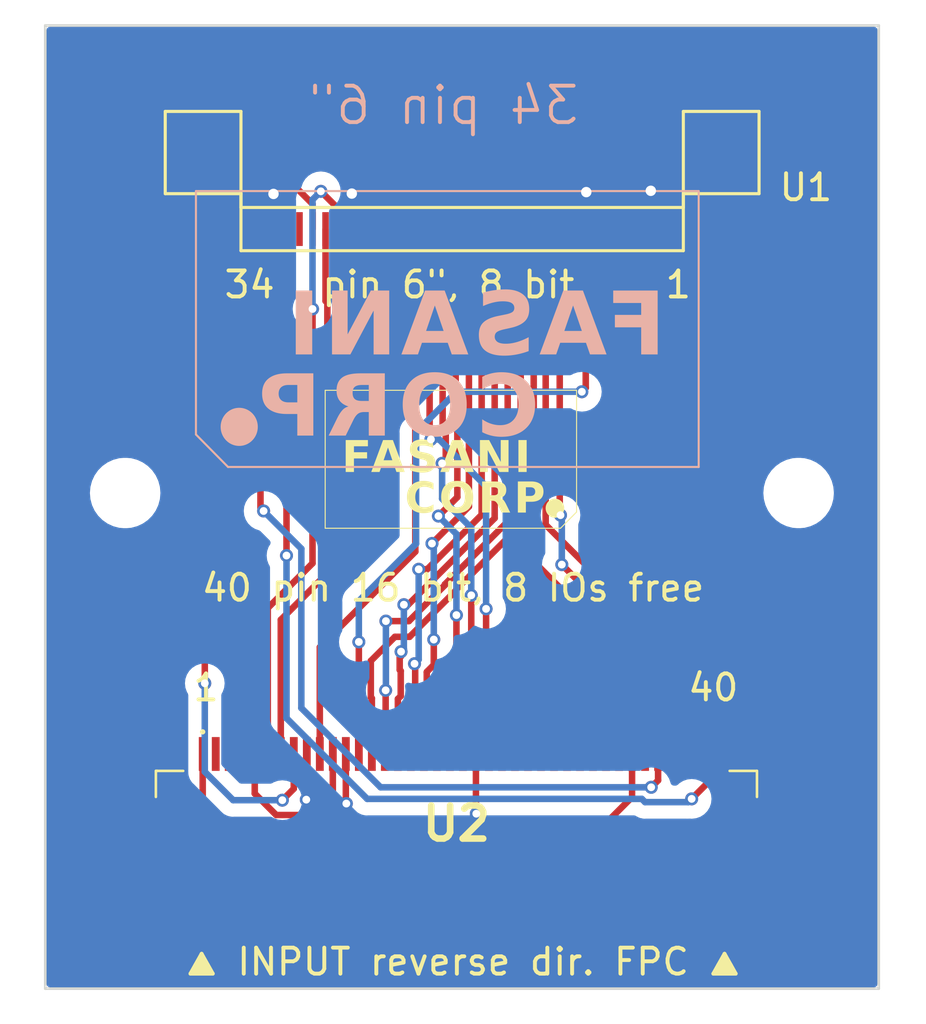
<source format=kicad_pcb>
(kicad_pcb (version 20221018) (generator pcbnew)
  (layers (0 "F.Cu" signal) (31 "B.Cu" signal) (34 "B.Paste" user) (35 "F.Paste" user) (36 "B.SilkS" user "B.Silkscreen") (37 "F.SilkS" user "F.Silkscreen") (38 "B.Mask" user) (39 "F.Mask" user) (44 "Edge.Cuts" user))
  (net 0 "")
  (net 1 "/-15V")
  (net 3 "/15V")
  (net 5 "GND")
  (net 7 "EPD_VDD")
  (net 8 "/XCL")
  (net 9 "/LEH")
  (net 10 "/EP_OE")
  (net 11 "/XSTL")
  (net 12 "/D0")
  (net 13 "/D1")
  (net 14 "/D2")
  (net 15 "/D3")
  (net 16 "/D4")
  (net 17 "/D5")
  (net 18 "/D6")
  (net 19 "/D7")
  (net 21 "/EP_VCOM")
  (net 23 "/+22V")
  (net 25 "/-20V")
  (net 27 "/EP_MODE")
  (net 28 "/EP_STV")
  (net 29 "/CKV")
  (net 30 "/BORDER")
  (footprint "epaper-breakout:X05A20H34G" (layer "F.Cu") (at 93.49 69.32 180)
    (fp_text reference "U1")
    (fp_text value "ED060XC5")
  )
  (footprint "MountingHole:MountingHole_2.2mm_M2" (layer "F.Cu") (at 80.54 79.46)
    (fp_text reference "H1" hide)
    (fp_text value "MountingHole" hide)
  )
  (footprint "footprints:FH1240S05SH55" (layer "F.Cu") (at 93.27 92.16)
    (fp_text reference "U2")
    (fp_text value "ED078KH6" hide)
  )
  (footprint "MountingHole:MountingHole_2.2mm_M2" (layer "F.Cu") (at 106.42 79.46)
    (fp_text reference "H2" hide)
    (fp_text value "MountingHole" hide)
  )
  (gr_line (start 84.492768 78.459105) (end 83.26 77.211781) (stroke (width 0.079374)) (layer "B.SilkS"))
  (gr_poly (pts (xy 95.204052 71.637881) (xy 95.255692 71.640115) (xy 95.305869 71.64384) (xy 95.354581 71.649054) (xy 95.401829 71.655758) (xy 95.447614 71.663952) (xy 95.491934 71.673635) (xy 95.53479 71.684808) (xy 95.576182 71.697471) (xy 95.61611 71.711624) (xy 95.654574 71.727266) (xy 95.691574 71.744398) (xy 95.72711 71.763019) (xy 95.761182 71.783131) (xy 95.793789 71.804731) (xy 95.824933 71.827822) (xy 95.854394 71.852395) (xy 95.881955 71.878446) (xy 95.907614 71.905974) (xy 95.931373 71.934979) (xy 95.953232 71.965461) (xy 95.973189 71.99742) (xy 95.991246 72.030857) (xy 96.007402 72.06577) (xy 96.021658 72.102159) (xy 96.034012 72.140026) (xy 96.044466 72.17937) (xy 96.053019 72.220191) (xy 96.059672 72.262488) (xy 96.064424 72.306262) (xy 96.067275 72.351513) (xy 96.068225 72.398241) (xy 96.067525 72.436115) (xy 96.065425 72.472885) (xy 96.061926 72.508549) (xy 96.057026 72.54311) (xy 96.050727 72.576565) (xy 96.043028 72.608916) (xy 96.033929 72.640163) (xy 96.02343 72.670305) (xy 96.011531 72.699342) (xy 95.998233 72.727275) (xy 95.983534 72.754104) (xy 95.967436 72.779828) (xy 95.949938 72.804447) (xy 95.93104 72.827962) (xy 95.910742 72.850372) (xy 95.889044 72.871679) (xy 95.865978 72.892086) (xy 95.841577 72.911799) (xy 95.81584 72.930819) (xy 95.788768 72.949146) (xy 95.76036 72.966779) (xy 95.730616 72.983718) (xy 95.699537 72.999964) (xy 95.667122 73.015517) (xy 95.633371 73.030376) (xy 95.598285 73.044542) (xy 95.561863 73.058013) (xy 95.524105 73.070792) (xy 95.485012 73.082877) (xy 95.444583 73.094268) (xy 95.402818 73.104966) (xy 95.359718 73.114971) (xy 95.114781 73.169216) (xy 95.08977 73.174828) (xy 95.065696 73.180569) (xy 95.04256 73.186438) (xy 95.020362 73.192435) (xy 94.999101 73.19856) (xy 94.978777 73.204814) (xy 94.959391 73.211197) (xy 94.940942 73.217708) (xy 94.923431 73.224347) (xy 94.906858 73.231115) (xy 94.891222 73.238011) (xy 94.876523 73.245036) (xy 94.862762 73.252189) (xy 94.849939 73.25947) (xy 94.838053 73.26688) (xy 94.827104 73.274419) (xy 94.816753 73.282266) (xy 94.807069 73.290601) (xy 94.798054 73.299424) (xy 94.789706 73.308736) (xy 94.782026 73.318535) (xy 94.775014 73.328822) (xy 94.768669 73.339598) (xy 94.762993 73.350861) (xy 94.757984 73.362612) (xy 94.753643 73.374851) (xy 94.74997 73.387579) (xy 94.746965 73.400794) (xy 94.744628 73.414496) (xy 94.742958 73.428687) (xy 94.741957 73.443365) (xy 94.741623 73.458532) (xy 94.741687 73.464265) (xy 94.741879 73.469959) (xy 94.742201 73.475616) (xy 94.74265 73.481234) (xy 94.743228 73.486813) (xy 94.743934 73.492354) (xy 94.744769 73.497857) (xy 94.745732 73.503321) (xy 94.746824 73.508747) (xy 94.748044 73.514135) (xy 94.749393 73.519484) (xy 94.75087 73.524795) (xy 94.752475 73.530067) (xy 94.754209 73.535301) (xy 94.756071 73.540496) (xy 94.758062 73.545653) (xy 94.76022 73.550804) (xy 94.762583 73.55598) (xy 94.765152 73.561182) (xy 94.767926 73.566409) (xy 94.770905 73.571662) (xy 94.77409 73.57694) (xy 94.777481 73.582244) (xy 94.781077 73.587574) (xy 94.784878 73.592929) (xy 94.788885 73.59831) (xy 94.793098 73.603717) (xy 94.797515 73.609149) (xy 94.802139 73.614607) (xy 94.806968 73.620091) (xy 94.812002 73.625601) (xy 94.817242 73.631136) (xy 94.82277 73.636412) (xy 94.828672 73.64156) (xy 94.834945 73.646581) (xy 94.841591 73.651472) (xy 94.84861 73.656236) (xy 94.856001 73.660872) (xy 94.863764 73.665379) (xy 94.8719 73.669759) (xy 94.880409 73.67401) (xy 94.889289 73.678132) (xy 94.898543 73.682127) (xy 94.908168 73.685993) (xy 94.918166 73.689731) (xy 94.928537 73.693341) (xy 94.93928 73.696823) (xy 94.950395 73.700176) (xy 94.973229 73.705957) (xy 94.997348 73.710966) (xy 95.022751 73.715206) (xy 95.049438 73.718674) (xy 95.07741 73.721372) (xy 95.106666 73.723299) (xy 95.137205 73.724455) (xy 95.16903 73.72484) (xy 95.219463 73.723858) (xy 95.270487 73.72091) (xy 95.322102 73.715998) (xy 95.374307 73.709121) (xy 95.427103 73.700279) (xy 95.48049 73.689472) (xy 95.534468 73.6767) (xy 95.589037 73.661963) (xy 95.644196 73.645261) (xy 95.699947 73.626594) (xy 95.756288 73.605962) (xy 95.813219 73.583365) (xy 95.870742 73.558803) (xy 95.928855 73.532276) (xy 95.98756 73.503784) (xy 96.046854 73.473326) (xy 96.046854 74.007582) (xy 95.987707 74.028882) (xy 95.928624 74.048807) (xy 95.869606 74.067358) (xy 95.810651 74.084535) (xy 95.751761 74.100337) (xy 95.692935 74.114766) (xy 95.634173 74.12782) (xy 95.575475 74.1395) (xy 95.516842 74.149807) (xy 95.458272 74.158738) (xy 95.399767 74.166296) (xy 95.341327 74.17248) (xy 95.28295 74.177289) (xy 95.224638 74.180725) (xy 95.166389 74.182786) (xy 95.108205 74.183473) (xy 95.049501 74.182728) (xy 94.992569 74.180493) (xy 94.93741 74.176769) (xy 94.884023 74.171555) (xy 94.832408 74.164851) (xy 94.782565 74.156657) (xy 94.734495 74.146974) (xy 94.688197 74.135801) (xy 94.643671 74.123138) (xy 94.600918 74.108985) (xy 94.559937 74.093343) (xy 94.520728 74.076211) (xy 94.483291 74.05759) (xy 94.447627 74.037479) (xy 94.413735 74.015878) (xy 94.381616 73.992788) (xy 94.351358 73.968053) (xy 94.323053 73.941521) (xy 94.296699 73.91319) (xy 94.272298 73.883062) (xy 94.249849 73.851135) (xy 94.229352 73.81741) (xy 94.210807 73.781887) (xy 94.194214 73.744566) (xy 94.179574 73.705447) (xy 94.166885 73.66453) (xy 94.156149 73.621815) (xy 94.147364 73.577302) (xy 94.140532 73.530991) (xy 94.135652 73.482882) (xy 94.132724 73.432975) (xy 94.131748 73.38127) (xy 94.132454 73.34221) (xy 94.134573 73.304344) (xy 94.138105 73.267673) (xy 94.143049 73.232196) (xy 94.149406 73.197913) (xy 94.157176 73.164824) (xy 94.166359 73.13293) (xy 94.176954 73.10223) (xy 94.188962 73.072724) (xy 94.202382 73.044413) (xy 94.217216 73.017295) (xy 94.233462 72.991372) (xy 94.251121 72.966643) (xy 94.270192 72.943108) (xy 94.290676 72.920767) (xy 94.312573 72.89962) (xy 94.335812 72.879208) (xy 94.360734 72.859477) (xy 94.387337 72.840426) (xy 94.415623 72.822055) (xy 94.445592 72.804365) (xy 94.477243 72.787356) (xy 94.510576 72.771027) (xy 94.545592 72.755378) (xy 94.58229 72.74041) (xy 94.62067 72.726122) (xy 94.660733 72.712515) (xy 94.702478 72.699589) (xy 94.745906 72.687343) (xy 94.791016 72.675778) (xy 94.837808 72.664893) (xy 94.886283 72.654689) (xy 95.155877 72.600444) (xy 95.178082 72.595661) (xy 95.199491 72.590762) (xy 95.220103 72.585747) (xy 95.239919 72.580617) (xy 95.258939 72.575372) (xy 95.277163 72.57001) (xy 95.294591 72.564534) (xy 95.311222 72.558941) (xy 95.327057 72.553233) (xy 95.342096 72.547409) (xy 95.356338 72.54147) (xy 95.369785 72.535415) (xy 95.382435 72.529244) (xy 95.394289 72.522957) (xy 95.405346 72.516554) (xy 95.415608 72.510036) (xy 95.425163 72.503063) (xy 95.434101 72.495704) (xy 95.442423 72.48796) (xy 95.450129 72.479831) (xy 95.457218 72.471316) (xy 95.463691 72.462416) (xy 95.469547 72.453131) (xy 95.474787 72.44346) (xy 95.47941 72.433404) (xy 95.483417 72.422963) (xy 95.486808 72.412137) (xy 95.489582 72.400925) (xy 95.491739 72.389328) (xy 95.49328 72.377346) (xy 95.494205 72.364979) (xy 95.494513 72.352227) (xy 95.494115 72.33704) (xy 95.492921 72.322302) (xy 95.49093 72.308014) (xy 95.489636 72.301039) (xy 95.488143 72.294176) (xy 95.486451 72.287425) (xy 95.48456 72.280787) (xy 95.48247 72.274261) (xy 95.480181 72.267848) (xy 95.477693 72.261547) (xy 95.475005 72.255358) (xy 95.472119 72.249282) (xy 95.469034 72.243318) (xy 95.465749 72.237466) (xy 95.462265 72.231727) (xy 95.458583 72.2261) (xy 95.454701 72.220586) (xy 95.45062 72.215184) (xy 95.44634 72.209894) (xy 95.441862 72.204717) (xy 95.437184 72.199652) (xy 95.432307 72.1947) (xy 95.42723 72.18986) (xy 95.421955 72.185132) (xy 95.416481 72.180517) (xy 95.404935 72.171623) (xy 95.392593 72.163179) (xy 95.379314 72.155018) (xy 95.364956 72.147382) (xy 95.349519 72.140274) (xy 95.333003 72.133691) (xy 95.315409 72.127636) (xy 95.296735 72.122107) (xy 95.276983 72.117104) (xy 95.256152 72.112629) (xy 95.234243 72.108679) (xy 95.211254 72.105257) (xy 95.187187 72.10236) (xy 95.162041 72.099991) (xy 95.135816 72.098148) (xy 95.108513 72.096831) (xy 95.050669 72.095778) (xy 95.006677 72.096491) (xy 94.962234 72.098629) (xy 94.917343 72.102193) (xy 94.872002 72.107182) (xy 94.826211 72.113596) (xy 94.779971 72.121437) (xy 94.733281 72.130702) (xy 94.686142 72.141393) (xy 94.638553 72.15351) (xy 94.590515 72.167052) (xy 94.542027 72.18202) (xy 94.49309 72.198413) (xy 94.443703 72.216232) (xy 94.393867 72.235477) (xy 94.343581 72.256147) (xy 94.292846 72.278243) (xy 94.292846 71.758782) (xy 94.404783 71.730271) (xy 94.515385 71.705562) (xy 94.624651 71.684654) (xy 94.732581 71.667547) (xy 94.839175 71.654242) (xy 94.944434 71.644739) (xy 95.048357 71.639036) (xy 95.150945 71.637136) (xy 95.150947 71.637136)) (fill solid) (layer "B.SilkS"))
  (gr_line (start 102.58 67.86) (end 102.58 78.459105) (stroke (width 0.079374)) (layer "B.SilkS"))
  (gr_poly (pts (xy 87.771265 77.254051) (xy 87.154507 77.254051) (xy 87.154507 76.424226) (xy 86.747607 76.424226) (xy 86.693084 76.423463) (xy 86.64005 76.421172) (xy 86.588505 76.417355) (xy 86.53845 76.412011) (xy 86.489884 76.40514) (xy 86.442807 76.396742) (xy 86.39722 76.386817) (xy 86.353122 76.375366) (xy 86.310513 76.362387) (xy 86.269394 76.347882) (xy 86.229764 76.33185) (xy 86.191623 76.314291) (xy 86.154972 76.295206) (xy 86.11981 76.274593) (xy 86.086137 76.252454) (xy 86.053954 76.228789) (xy 86.023498 76.203406) (xy 85.995007 76.176522) (xy 85.96848 76.148136) (xy 85.943919 76.118249) (xy 85.921323 76.08686) (xy 85.900691 76.053969) (xy 85.882024 76.019577) (xy 85.865323 75.983682) (xy 85.850586 75.946287) (xy 85.837814 75.907389) (xy 85.827007 75.86699) (xy 85.818165 75.825089) (xy 85.811287 75.781686) (xy 85.806375 75.736781) (xy 85.803428 75.690375) (xy 85.802445 75.642467) (xy 86.438426 75.642467) (xy 86.438814 75.66259) (xy 86.439978 75.682114) (xy 86.441918 75.701037) (xy 86.444634 75.719359) (xy 86.448126 75.73708) (xy 86.452394 75.754201) (xy 86.457437 75.770721) (xy 86.463257 75.78664) (xy 86.469853 75.801959) (xy 86.477224 75.816677) (xy 86.485372 75.830794) (xy 86.494295 75.844311) (xy 86.503995 75.857226) (xy 86.51447 75.869541) (xy 86.525721 75.881255) (xy 86.537749 75.892369) (xy 86.550276 75.902651) (xy 86.56343 75.91227) (xy 86.57721 75.921225) (xy 86.591615 75.929517) (xy 86.606646 75.937145) (xy 86.622302 75.94411) (xy 86.638585 75.950411) (xy 86.655493 75.956049) (xy 86.673027 75.961024) (xy 86.691187 75.965336) (xy 86.709973 75.968984) (xy 86.729384 75.971969) (xy 86.749421 75.97429) (xy 86.770084 75.975948) (xy 86.791373 75.976943) (xy 86.813287 75.977275) (xy 87.154507 75.977275) (xy 87.154507 75.309251) (xy 86.813287 75.309251) (xy 86.791373 75.309583) (xy 86.770084 75.310578) (xy 86.749421 75.312236) (xy 86.729384 75.314557) (xy 86.709973 75.317542) (xy 86.691187 75.32119) (xy 86.673027 75.325502) (xy 86.655493 75.330477) (xy 86.638585 75.336115) (xy 86.622302 75.342416) (xy 86.606646 75.349381) (xy 86.591615 75.35701) (xy 86.57721 75.365301) (xy 86.56343 75.374256) (xy 86.550276 75.383875) (xy 86.537749 75.394157) (xy 86.525721 75.405078) (xy 86.51447 75.416611) (xy 86.503995 75.428757) (xy 86.494295 75.441517) (xy 86.485372 75.45489) (xy 86.477224 75.468876) (xy 86.469853 75.483475) (xy 86.463257 75.498688) (xy 86.457437 75.514513) (xy 86.452394 75.530952) (xy 86.448126 75.548004) (xy 86.444634 75.56567) (xy 86.441918 75.583949) (xy 86.439978 75.602841) (xy 86.438814 75.622347) (xy 86.438426 75.642467) (xy 85.802445 75.642467) (xy 85.803428 75.594563) (xy 85.806375 75.548174) (xy 85.811287 75.503299) (xy 85.818165 75.459939) (xy 85.827007 75.418093) (xy 85.837814 75.377762) (xy 85.850586 75.338945) (xy 85.865323 75.301643) (xy 85.882024 75.265855) (xy 85.900691 75.231582) (xy 85.921323 75.198823) (xy 85.943919 75.167579) (xy 85.96848 75.137849) (xy 85.995007 75.109634) (xy 86.023498 75.082933) (xy 86.053954 75.057747) (xy 86.08595 75.034081) (xy 86.11946 75.011942) (xy 86.154484 74.99133) (xy 86.191023 74.972244) (xy 86.229076 74.954685) (xy 86.268643 74.938653) (xy 86.309725 74.924148) (xy 86.352321 74.91117) (xy 86.396431 74.899718) (xy 86.442056 74.889793) (xy 86.489195 74.881395) (xy 86.537849 74.874524) (xy 86.588017 74.86918) (xy 86.639699 74.865363) (xy 86.692896 74.863072) (xy 86.747607 74.862309) (xy 87.771265 74.862309)) (fill solid) (layer "B.SilkS"))
  (gr_poly (pts (xy 90.518508 77.254042) (xy 89.90175 77.254042) (xy 89.90175 76.348924) (xy 89.727136 76.348924) (xy 89.707774 76.349206) (xy 89.688939 76.350051) (xy 89.670629 76.351459) (xy 89.652844 76.35343) (xy 89.635585 76.355965) (xy 89.618852 76.359062) (xy 89.602645 76.362723) (xy 89.586963 76.366947) (xy 89.571807 76.371735) (xy 89.557176 76.377085) (xy 89.543071 76.382999) (xy 89.529492 76.389475) (xy 89.516439 76.396515) (xy 89.503911 76.404118) (xy 89.491909 76.412284) (xy 89.480432 76.421013) (xy 89.469055 76.430206) (xy 89.457754 76.440162) (xy 89.446528 76.450882) (xy 89.435376 76.462366) (xy 89.4243 76.474613) (xy 89.413299 76.487623) (xy 89.402373 76.501396) (xy 89.391523 76.515933) (xy 89.380747 76.531234) (xy 89.370046 76.547297) (xy 89.359421 76.564124) (xy 89.34887 76.581715) (xy 89.338395 76.600068) (xy 89.327994 76.619185) (xy 89.317669 76.639065) (xy 89.307419 76.659709) (xy 89.015861 77.254042) (xy 88.359053 77.254042) (xy 88.693865 76.574803) (xy 88.717193 76.529521) (xy 88.740722 76.486593) (xy 88.764451 76.446018) (xy 88.776391 76.426613) (xy 88.788381 76.407796) (xy 88.800421 76.389567) (xy 88.81251 76.371927) (xy 88.82465 76.354875) (xy 88.83684 76.338411) (xy 88.84908 76.322535) (xy 88.86137 76.307248) (xy 88.873711 76.292549) (xy 88.886101 76.278438) (xy 88.898479 76.264927) (xy 88.911182 76.25203) (xy 88.92421 76.239746) (xy 88.937564 76.228076) (xy 88.951243 76.217018) (xy 88.965248 76.206574) (xy 88.979578 76.196743) (xy 88.994234 76.187526) (xy 89.009215 76.178921) (xy 89.024521 76.17093) (xy 89.040153 76.163553) (xy 89.05611 76.156788) (xy 89.072392 76.150637) (xy 89.089 76.145099) (xy 89.105933 76.140174) (xy 89.123192 76.135863) (xy 89.067517 76.11657) (xy 89.015435 76.094736) (xy 88.966944 76.070363) (xy 88.922045 76.043448) (xy 88.900942 76.029039) (xy 88.880738 76.013994) (xy 88.861431 75.998314) (xy 88.843023 75.981998) (xy 88.825512 75.965048) (xy 88.8089 75.947463) (xy 88.793185 75.929242) (xy 88.778368 75.910386) (xy 88.76445 75.890896) (xy 88.751429 75.87077) (xy 88.739306 75.850008) (xy 88.728081 75.828612) (xy 88.717755 75.806581) (xy 88.708326 75.783914) (xy 88.699795 75.760612) (xy 88.692162 75.736675) (xy 88.67959 75.686896) (xy 88.670611 75.634575) (xy 88.668552 75.613618) (xy 89.280184 75.613618) (xy 89.280504 75.633118) (xy 89.281461 75.651967) (xy 89.283057 75.670164) (xy 89.285291 75.687711) (xy 89.288163 75.704607) (xy 89.291674 75.720852) (xy 89.295822 75.736446) (xy 89.30061 75.751389) (xy 89.306035 75.765682) (xy 89.312099 75.779323) (xy 89.318801 75.792314) (xy 89.326141 75.804654) (xy 89.33412 75.816344) (xy 89.342736 75.827382) (xy 89.351992 75.837771) (xy 89.361885 75.847508) (xy 89.372367 75.856626) (xy 89.383787 75.865156) (xy 89.396146 75.873097) (xy 89.409444 75.88045) (xy 89.42368 75.887215) (xy 89.438855 75.893391) (xy 89.454968 75.898979) (xy 89.472021 75.903979) (xy 89.490012 75.90839) (xy 89.508941 75.912214) (xy 89.528809 75.915449) (xy 89.549616 75.918096) (xy 89.571362 75.920154) (xy 89.594046 75.921625) (xy 89.617668 75.922507) (xy 89.64223 75.922801) (xy 89.901749 75.922801) (xy 89.901749 75.309251) (xy 89.64223 75.309251) (xy 89.619383 75.30952) (xy 89.5973 75.310327) (xy 89.57598 75.311673) (xy 89.555423 75.313556) (xy 89.53563 75.315978) (xy 89.516601 75.318938) (xy 89.498334 75.322436) (xy 89.480832 75.326472) (xy 89.464092 75.331047) (xy 89.448116 75.336159) (xy 89.432904 75.34181) (xy 89.418455 75.347999) (xy 89.404769 75.354726) (xy 89.391847 75.361991) (xy 89.379688 75.369794) (xy 89.368293 75.378135) (xy 89.357624 75.386939) (xy 89.347643 75.396532) (xy 89.33835 75.406913) (xy 89.329746 75.418083) (xy 89.32183 75.430041) (xy 89.314602 75.442788) (xy 89.308063 75.456323) (xy 89.302212 75.470647) (xy 89.297049 75.48576) (xy 89.292575 75.501661) (xy 89.288789 75.518351) (xy 89.285692 75.535829) (xy 89.283283 75.554096) (xy 89.281562 75.573151) (xy 89.280529 75.592995) (xy 89.280185 75.613627) (xy 89.280184 75.613618) (xy 88.668552 75.613618) (xy 88.665223 75.579714) (xy 88.663427 75.522313) (xy 88.663427 75.522304) (xy 88.663603 75.503036) (xy 88.664128 75.484082) (xy 88.665004 75.465441) (xy 88.666231 75.447112) (xy 88.667808 75.429097) (xy 88.669735 75.411394) (xy 88.672013 75.394004) (xy 88.674641 75.376927) (xy 88.67762 75.360163) (xy 88.680949 75.343711) (xy 88.684628 75.327573) (xy 88.688658 75.311747) (xy 88.693039 75.296234) (xy 88.69777 75.281034) (xy 88.702851 75.266147) (xy 88.708283 75.251573) (xy 88.713921 75.237062) (xy 88.720022 75.222764) (xy 88.726586 75.208679) (xy 88.733614 75.194806) (xy 88.741104 75.181146) (xy 88.749058 75.167699) (xy 88.757475 75.154464) (xy 88.766354 75.141442) (xy 88.775697 75.128632) (xy 88.785503 75.116036) (xy 88.795772 75.103651) (xy 88.806504 75.09148) (xy 88.817699 75.079521) (xy 88.829357 75.067775) (xy 88.841478 75.056241) (xy 88.854062 75.04492) (xy 88.867184 75.033875) (xy 88.88092 75.023167) (xy 88.895269 75.012798) (xy 88.910231 75.002767) (xy 88.925806 74.993074) (xy 88.941995 74.983718) (xy 88.958797 74.974701) (xy 88.976212 74.966022) (xy 88.99424 74.957681) (xy 89.012882 74.949678) (xy 89.032137 74.942013) (xy 89.052005 74.934685) (xy 89.072487 74.927696) (xy 89.093581 74.921044) (xy 89.115289 74.91473) (xy 89.137611 74.908754) (xy 89.184068 74.897865) (xy 89.232928 74.888429) (xy 89.284191 74.880445) (xy 89.337857 74.873912) (xy 89.393926 74.868832) (xy 89.452398 74.865203) (xy 89.513273 74.863026) (xy 89.57655 74.8623) (xy 90.518508 74.8623)) (fill solid) (layer "B.SilkS"))
  (gr_poly (pts (xy 92.506852 74.820342) (xy 92.57585 74.824191) (xy 92.64292 74.830605) (xy 92.708062 74.839585) (xy 92.771277 74.85113) (xy 92.832565 74.865242) (xy 92.891926 74.881918) (xy 92.949359 74.901161) (xy 93.004865 74.922968) (xy 93.058443 74.947342) (xy 93.110094 74.974281) (xy 93.159818 75.003786) (xy 93.207614 75.035856) (xy 93.253483 75.070491) (xy 93.297425 75.107693) (xy 93.339439 75.147459) (xy 93.379012 75.189323) (xy 93.416033 75.233214) (xy 93.4505 75.279133) (xy 93.482415 75.327079) (xy 93.511776 75.377053) (xy 93.538584 75.429053) (xy 93.562839 75.483082) (xy 93.58454 75.539138) (xy 93.603689 75.597221) (xy 93.620284 75.657332) (xy 93.634326 75.719471) (xy 93.645816 75.783637) (xy 93.654752 75.849831) (xy 93.661134 75.918053) (xy 93.664964 75.988302) (xy 93.666241 76.060579) (xy 93.664964 76.132856) (xy 93.661134 76.203105) (xy 93.654752 76.271326) (xy 93.645816 76.33752) (xy 93.634326 76.401686) (xy 93.620284 76.463825) (xy 93.603689 76.523936) (xy 93.58454 76.58202) (xy 93.562839 76.638075) (xy 93.538584 76.692104) (xy 93.511776 76.744105) (xy 93.482415 76.794078) (xy 93.4505 76.842024) (xy 93.416033 76.887943) (xy 93.379012 76.931834) (xy 93.339439 76.973698) (xy 93.297425 77.013272) (xy 93.253483 77.050292) (xy 93.207614 77.084759) (xy 93.159818 77.116673) (xy 93.110094 77.146034) (xy 93.058443 77.172842) (xy 93.004865 77.197096) (xy 92.949359 77.218797) (xy 92.891926 77.237946) (xy 92.832565 77.254541) (xy 92.771277 77.268582) (xy 92.708062 77.280071) (xy 92.64292 77.289007) (xy 92.57585 77.29539) (xy 92.506852 77.299219) (xy 92.435928 77.300496) (xy 92.365009 77.299219) (xy 92.296031 77.29539) (xy 92.228992 77.289007) (xy 92.163893 77.280071) (xy 92.100734 77.268582) (xy 92.039515 77.254541) (xy 91.980236 77.237946) (xy 91.922897 77.218797) (xy 91.867498 77.197096) (xy 91.814038 77.172842) (xy 91.762519 77.146034) (xy 91.712939 77.116673) (xy 91.665299 77.084759) (xy 91.619599 77.050292) (xy 91.575839 77.013272) (xy 91.534019 76.973698) (xy 91.494251 76.931834) (xy 91.457049 76.887943) (xy 91.422413 76.842024) (xy 91.390342 76.794078) (xy 91.360837 76.744105) (xy 91.333898 76.692104) (xy 91.309524 76.638075) (xy 91.287716 76.58202) (xy 91.268473 76.523936) (xy 91.251796 76.463825) (xy 91.237685 76.401686) (xy 91.22614 76.33752) (xy 91.21716 76.271326) (xy 91.210746 76.203105) (xy 91.206897 76.132856) (xy 91.205615 76.060579) (xy 91.205615 76.06057) (xy 91.841597 76.06057) (xy 91.842148 76.103723) (xy 91.8438 76.145875) (xy 91.846553 76.187026) (xy 91.850408 76.227176) (xy 91.855364 76.266325) (xy 91.861421 76.304472) (xy 91.86858 76.341619) (xy 91.87684 76.377763) (xy 91.876839 76.377754) (xy 91.881382 76.39525) (xy 91.886201 76.412496) (xy 91.891295 76.429491) (xy 91.896664 76.446237) (xy 91.902308 76.462732) (xy 91.908228 76.478977) (xy 91.914423 76.494971) (xy 91.920893 76.510716) (xy 91.927639 76.52621) (xy 91.93466 76.541455) (xy 91.941957 76.556449) (xy 91.949529 76.571192) (xy 91.957376 76.585686) (xy 91.965498 76.599929) (xy 91.973896 76.613922) (xy 91.982569 76.627665) (xy 91.991555 76.640895) (xy 92.000891 76.653749) (xy 92.010578 76.666227) (xy 92.020615 76.67833) (xy 92.031003 76.690057) (xy 92.041741 76.701409) (xy 92.05283 76.712385) (xy 92.064269 76.722986) (xy 92.076059 76.733211) (xy 92.088198 76.743061) (xy 92.100689 76.752535) (xy 92.11353 76.761633) (xy 92.126721 76.770357) (xy 92.140262 76.778704) (xy 92.154154 76.786676) (xy 92.168397 76.794273) (xy 92.182958 76.801451) (xy 92.197808 76.808165) (xy 92.212945 76.814416) (xy 92.22837 76.820204) (xy 92.244083 76.825529) (xy 92.260084 76.830392) (xy 92.276373 76.834791) (xy 92.29295 76.838727) (xy 92.309814 76.8422) (xy 92.326967 76.845209) (xy 92.344407 76.847756) (xy 92.362135 76.84984) (xy 92.380151 76.851461) (xy 92.398454 76.852618) (xy 92.417046 76.853313) (xy 92.435925 76.853544) (xy 92.472395 76.8527) (xy 92.507714 76.850165) (xy 92.541881 76.845941) (xy 92.574896 76.840028) (xy 92.606761 76.832425) (xy 92.637473 76.823132) (xy 92.652398 76.817852) (xy 92.667035 76.81215) (xy 92.681384 76.806025) (xy 92.695445 76.799478) (xy 92.709218 76.792508) (xy 92.722703 76.785117) (xy 92.735901 76.777302) (xy 92.74881 76.769066) (xy 92.761432 76.760406) (xy 92.773766 76.751325) (xy 92.785812 76.741821) (xy 92.79757 76.731895) (xy 92.809041 76.721546) (xy 92.820223 76.710775) (xy 92.831118 76.699582) (xy 92.841725 76.687966) (xy 92.862075 76.663467) (xy 92.881273 76.637279) (xy 92.89912 76.609682) (xy 92.915816 76.580959) (xy 92.93136 76.55111) (xy 92.945753 76.520135) (xy 92.958994 76.488033) (xy 92.971084 76.454805) (xy 92.982022 76.42045) (xy 92.99181 76.384969) (xy 93.000445 76.348362) (xy 93.007929 76.310628) (xy 93.014262 76.271768) (xy 93.019444 76.231781) (xy 93.023474 76.190668) (xy 93.026352 76.148428) (xy 93.028079 76.105062) (xy 93.028655 76.06057) (xy 93.027704 76.002651) (xy 93.02485 75.946633) (xy 93.02271 75.919337) (xy 93.020094 75.892517) (xy 93.017003 75.866172) (xy 93.013436 75.840303) (xy 93.009394 75.814909) (xy 93.004876 75.789991) (xy 92.999882 75.765548) (xy 92.994413 75.741581) (xy 92.988468 75.718089) (xy 92.982048 75.695073) (xy 92.975152 75.672533) (xy 92.96778 75.650468) (xy 92.959883 75.628917) (xy 92.95141 75.607916) (xy 92.942362 75.587466) (xy 92.932737 75.567566) (xy 92.922537 75.548217) (xy 92.911762 75.529419) (xy 92.90041 75.511172) (xy 92.888483 75.493475) (xy 92.87598 75.476329) (xy 92.862902 75.459733) (xy 92.849247 75.443689) (xy 92.835017 75.428195) (xy 92.820212 75.413251) (xy 92.80483 75.398859) (xy 92.788873 75.385018) (xy 92.77234 75.371727) (xy 92.755069 75.358924) (xy 92.737297 75.346946) (xy 92.719025 75.335795) (xy 92.700252 75.325469) (xy 92.680978 75.31597) (xy 92.661204 75.307296) (xy 92.640929 75.299449) (xy 92.620153 75.292427) (xy 92.598877 75.286232) (xy 92.5771 75.280862) (xy 92.554823 75.276319) (xy 92.532045 75.272601) (xy 92.508766 75.26971) (xy 92.484987 75.267645) (xy 92.460707 75.266406) (xy 92.435927 75.265993) (xy 92.417047 75.266224) (xy 92.398456 75.266919) (xy 92.380152 75.268076) (xy 92.362136 75.269697) (xy 92.344408 75.271781) (xy 92.326968 75.274328) (xy 92.309815 75.277337) (xy 92.292951 75.28081) (xy 92.276374 75.284746) (xy 92.260085 75.289145) (xy 92.244085 75.294007) (xy 92.228371 75.299333) (xy 92.212946 75.305121) (xy 92.197809 75.311372) (xy 92.18296 75.318086) (xy 92.168398 75.325264) (xy 92.154156 75.332868) (xy 92.140264 75.34086) (xy 92.126722 75.349241) (xy 92.113531 75.358008) (xy 92.10069 75.367164) (xy 92.0882 75.376707) (xy 92.07606 75.386638) (xy 92.06427 75.396958) (xy 92.052831 75.407664) (xy 92.041742 75.418759) (xy 92.031004 75.430242) (xy 92.020617 75.442112) (xy 92.010579 75.454371) (xy 92.000892 75.467017) (xy 91.991556 75.480051) (xy 91.98257 75.493474) (xy 91.973897 75.507027) (xy 91.965499 75.520855) (xy 91.957377 75.534959) (xy 91.94953 75.549339) (xy 91.941958 75.563994) (xy 91.934661 75.578924) (xy 91.92764 75.59413) (xy 91.920895 75.609612) (xy 91.914424 75.625368) (xy 91.908229 75.641401) (xy 91.896665 75.674291) (xy 91.886202 75.708283) (xy 91.87684 75.743376) (xy 91.86858 75.779521) (xy 91.861421 75.816667) (xy 91.855364 75.854814) (xy 91.850408 75.893963) (xy 91.846553 75.934113) (xy 91.8438 75.975264) (xy 91.842148 76.017416) (xy 91.841597 76.06057) (xy 91.205615 76.06057) (xy 91.206891 75.988109) (xy 91.210721 75.917679) (xy 91.217104 75.849289) (xy 91.22604 75.782939) (xy 91.237529 75.718629) (xy 91.251571 75.656359) (xy 91.268166 75.596129) (xy 91.287315 75.537938) (xy 91.309017 75.481788) (xy 91.333272 75.427678) (xy 91.36008 75.375608) (xy 91.389441 75.325578) (xy 91.421355 75.277588) (xy 91.455822 75.231637) (xy 91.492843 75.187727) (xy 91.532417 75.145857) (xy 91.574243 75.106283) (xy 91.618022 75.069263) (xy 91.663753 75.034796) (xy 91.711437 75.002882) (xy 91.761073 74.973521) (xy 91.812661 74.946713) (xy 91.866202 74.922459) (xy 91.921696 74.900758) (xy 91.979141 74.88161) (xy 92.038539 74.865015) (xy 92.09989 74.850973) (xy 92.163193 74.839484) (xy 92.228448 74.830548) (xy 92.295655 74.824166) (xy 92.364815 74.820336) (xy 92.435928 74.81906)) (fill solid) (layer "B.SilkS"))
  (gr_poly (pts (xy 89.088308 73.364846) (xy 89.980928 71.68152) (xy 90.687792 71.68152) (xy 90.687792 74.135811) (xy 90.08778 74.135811) (xy 90.08778 72.452486) (xy 89.19516 74.135811) (xy 88.488297 74.135811) (xy 88.488297 71.68152) (xy 89.088308 71.68152)) (fill solid) (layer "B.SilkS"))
  (gr_line (start 102.58 78.459105) (end 84.492768 78.459105) (stroke (width 0.079374)) (layer "B.SilkS"))
  (gr_poly (pts (xy 95.073238 74.820361) (xy 95.145546 74.824266) (xy 95.215864 74.830774) (xy 95.284192 74.839885) (xy 95.35053 74.8516) (xy 95.414878 74.865917) (xy 95.477236 74.882838) (xy 95.537604 74.902362) (xy 95.595982 74.924489) (xy 95.65237 74.94922) (xy 95.706768 74.976553) (xy 95.759176 75.006489) (xy 95.809594 75.039029) (xy 95.858023 75.074171) (xy 95.904461 75.111917) (xy 95.948909 75.152266) (xy 95.990811 75.194861) (xy 96.030009 75.239346) (xy 96.066504 75.285721) (xy 96.100296 75.333986) (xy 96.131384 75.384141) (xy 96.159769 75.436186) (xy 96.18545 75.490121) (xy 96.208429 75.545946) (xy 96.228704 75.603661) (xy 96.246275 75.663265) (xy 96.261143 75.724759) (xy 96.273308 75.788144) (xy 96.28277 75.853418) (xy 96.289528 75.920582) (xy 96.293583 75.989635) (xy 96.294935 76.060579) (xy 96.293577 76.131522) (xy 96.289503 76.200576) (xy 96.282714 76.26774) (xy 96.273208 76.333014) (xy 96.260987 76.396398) (xy 96.24605 76.457892) (xy 96.228397 76.517497) (xy 96.208028 76.575211) (xy 96.184943 76.631036) (xy 96.159143 76.684971) (xy 96.130627 76.737016) (xy 96.099395 76.787171) (xy 96.065447 76.835436) (xy 96.028783 76.881811) (xy 95.989403 76.926296) (xy 95.947308 76.968892) (xy 95.902866 77.009047) (xy 95.856446 77.046612) (xy 95.808049 77.081586) (xy 95.757675 77.11397) (xy 95.705323 77.143762) (xy 95.650993 77.170964) (xy 95.594687 77.195575) (xy 95.536402 77.217596) (xy 95.476141 77.237026) (xy 95.413902 77.253865) (xy 95.349685 77.268113) (xy 95.283491 77.279771) (xy 95.21532 77.288838) (xy 95.145171 77.295314) (xy 95.073045 77.2992) (xy 94.998942 77.300496) (xy 94.9495 77.299801) (xy 94.900496 77.297717) (xy 94.85193 77.294244) (xy 94.803802 77.289382) (xy 94.756112 77.283131) (xy 94.70886 77.27549) (xy 94.662047 77.26646) (xy 94.615671 77.256041) (xy 94.569733 77.244233) (xy 94.524234 77.231035) (xy 94.479172 77.216448) (xy 94.434548 77.200472) (xy 94.390363 77.183106) (xy 94.346615 77.164351) (xy 94.303306 77.144207) (xy 94.260434 77.122673) (xy 94.260434 76.627665) (xy 94.301798 76.655018) (xy 94.343386 76.680606) (xy 94.3852 76.704429) (xy 94.42724 76.726488) (xy 94.469504 76.746781) (xy 94.511994 76.76531) (xy 94.554709 76.782075) (xy 94.597649 76.797075) (xy 94.640815 76.81031) (xy 94.684206 76.82178) (xy 94.727822 76.831486) (xy 94.771663 76.839427) (xy 94.81573 76.845603) (xy 94.860022 76.850015) (xy 94.904539 76.852662) (xy 94.949281 76.853544) (xy 94.949279 76.853563) (xy 94.990743 76.85273) (xy 95.03103 76.850234) (xy 95.07014 76.846073) (xy 95.108074 76.840247) (xy 95.144832 76.832757) (xy 95.180413 76.823602) (xy 95.214818 76.812782) (xy 95.248046 76.800298) (xy 95.280098 76.78615) (xy 95.310974 76.770337) (xy 95.340673 76.752859) (xy 95.369195 76.733717) (xy 95.396541 76.71291) (xy 95.422711 76.690438) (xy 95.447704 76.666302) (xy 95.471521 76.640501) (xy 95.494024 76.613267) (xy 95.515075 76.584832) (xy 95.534674 76.555195) (xy 95.552821 76.524357) (xy 95.569516 76.492317) (xy 95.58476 76.459076) (xy 95.598552 76.424634) (xy 95.610892 76.38899) (xy 95.621781 76.352145) (xy 95.631217 76.314098) (xy 95.639202 76.27485) (xy 95.645735 76.2344) (xy 95.650816 76.192749) (xy 95.654446 76.149897) (xy 95.656623 76.105843) (xy 95.657349 76.060588) (xy 95.656623 76.015333) (xy 95.654446 75.971279) (xy 95.650816 75.928427) (xy 95.645735 75.886776) (xy 95.639202 75.846326) (xy 95.631217 75.807078) (xy 95.621781 75.769031) (xy 95.610892 75.732186) (xy 95.598552 75.696542) (xy 95.58476 75.6621) (xy 95.569516 75.628859) (xy 95.552821 75.596819) (xy 95.534674 75.565981) (xy 95.515075 75.536344) (xy 95.494024 75.507908) (xy 95.471521 75.480675) (xy 95.447704 75.454681) (xy 95.422711 75.430364) (xy 95.396541 75.407724) (xy 95.369195 75.38676) (xy 95.340673 75.367474) (xy 95.310974 75.349865) (xy 95.280098 75.333933) (xy 95.248046 75.319678) (xy 95.214818 75.3071) (xy 95.180413 75.296199) (xy 95.144832 75.286975) (xy 95.108074 75.279428) (xy 95.07014 75.273558) (xy 95.03103 75.269365) (xy 94.990743 75.266849) (xy 94.949279 75.266011) (xy 94.904912 75.266893) (xy 94.86072 75.26954) (xy 94.816704 75.273952) (xy 94.772863 75.280128) (xy 94.729197 75.288069) (xy 94.685706 75.297775) (xy 94.64239 75.309245) (xy 94.59925 75.322481) (xy 94.556284 75.33748) (xy 94.513494 75.354245) (xy 94.470879 75.372774) (xy 94.42844 75.393068) (xy 94.386175 75.415126) (xy 94.344086 75.438949) (xy 94.302172 75.464537) (xy 94.260433 75.49189) (xy 94.260433 74.996882) (xy 94.303304 74.975349) (xy 94.346614 74.955204) (xy 94.390361 74.936449) (xy 94.434547 74.919084) (xy 94.479171 74.903107) (xy 94.524232 74.88852) (xy 94.569732 74.875323) (xy 94.61567 74.863514) (xy 94.662046 74.853095) (xy 94.708859 74.844065) (xy 94.756111 74.836424) (xy 94.803801 74.830173) (xy 94.851929 74.825311) (xy 94.900495 74.821838) (xy 94.949499 74.819754) (xy 94.998941 74.81906)) (fill solid) (layer "B.SilkS"))
  (gr_poly (pts (xy 93.727329 74.135811) (xy 93.091152 74.135811) (xy 92.934985 73.688677) (xy 91.945377 73.688677) (xy 91.790853 74.135811) (xy 91.154676 74.135811) (xy 91.488954 73.233321) (xy 92.104832 73.233321) (xy 92.777173 73.233321) (xy 92.44018 72.256865) (xy 92.104832 73.233321) (xy 91.488954 73.233321) (xy 92.063735 71.68152) (xy 92.81827 71.68152)) (fill solid) (layer "B.SilkS"))
  (gr_line (start 83.26 77.211781) (end 83.26 67.86) (stroke (width 0.079374)) (layer "B.SilkS"))
  (gr_line (start 83.26 67.86) (end 102.58 67.86) (stroke (width 0.079374)) (layer "B.SilkS"))
  (gr_poly (pts (xy 84.9596 76.187279) (xy 84.995855 76.190107) (xy 85.031584 76.194763) (xy 85.066741 76.201202) (xy 85.10128 76.209378) (xy 85.135158 76.219245) (xy 85.16833 76.230757) (xy 85.20075 76.243867) (xy 85.232373 76.258531) (xy 85.263156 76.274701) (xy 85.293053 76.292332) (xy 85.322018 76.311377) (xy 85.350009 76.331792) (xy 85.376978 76.353529) (xy 85.402882 76.376543) (xy 85.427676 76.400788) (xy 85.451315 76.426217) (xy 85.473753 76.452785) (xy 85.494947 76.480446) (xy 85.514851 76.509154) (xy 85.533421 76.538862) (xy 85.550611 76.569526) (xy 85.566377 76.601098) (xy 85.580674 76.633532) (xy 85.593457 76.666784) (xy 85.604681 76.700806) (xy 85.614301 76.735552) (xy 85.622273 76.770978) (xy 85.628551 76.807036) (xy 85.633091 76.843681) (xy 85.635848 76.880867) (xy 85.636777 76.918547) (xy 85.635848 76.956227) (xy 85.633091 76.993413) (xy 85.62855 77.030058) (xy 85.622272 77.066116) (xy 85.6143 77.101541) (xy 85.60468 77.136288) (xy 85.593456 77.17031) (xy 85.580673 77.203562) (xy 85.566376 77.235996) (xy 85.55061 77.267568) (xy 85.53342 77.298231) (xy 85.51485 77.32794) (xy 85.494946 77.356647) (xy 85.473752 77.384308) (xy 85.451313 77.410877) (xy 85.427674 77.436306) (xy 85.40288 77.460551) (xy 85.376976 77.483565) (xy 85.350006 77.505302) (xy 85.322016 77.525716) (xy 85.29305 77.544762) (xy 85.263153 77.562393) (xy 85.23237 77.578563) (xy 85.200747 77.593226) (xy 85.168326 77.606337) (xy 85.135155 77.617848) (xy 85.101276 77.627715) (xy 85.066737 77.635891) (xy 85.03158 77.642331) (xy 84.995851 77.646987) (xy 84.959595 77.649815) (xy 84.922857 77.650767) (xy 84.886119 77.649815) (xy 84.849863 77.646987) (xy 84.814134 77.642331) (xy 84.778978 77.635891) (xy 84.744438 77.627715) (xy 84.71056 77.617848) (xy 84.677389 77.606337) (xy 84.644969 77.593226) (xy 84.613345 77.578563) (xy 84.582562 77.562393) (xy 84.552666 77.544762) (xy 84.5237 77.525716) (xy 84.49571 77.505302) (xy 84.46874 77.483565) (xy 84.442836 77.460551) (xy 84.418042 77.436306) (xy 84.394404 77.410877) (xy 84.371965 77.384308) (xy 84.350771 77.356647) (xy 84.330867 77.32794) (xy 84.312297 77.298231) (xy 84.295107 77.267568) (xy 84.279341 77.235996) (xy 84.265045 77.203562) (xy 84.252262 77.17031) (xy 84.241038 77.136288) (xy 84.231418 77.101541) (xy 84.223446 77.066116) (xy 84.217168 77.030058) (xy 84.212628 76.993413) (xy 84.209871 76.956227) (xy 84.208942 76.918547) (xy 84.209871 76.880867) (xy 84.212628 76.843681) (xy 84.217168 76.807036) (xy 84.223447 76.770978) (xy 84.231418 76.735552) (xy 84.241039 76.700806) (xy 84.252263 76.666784) (xy 84.265046 76.633532) (xy 84.279343 76.601098) (xy 84.295109 76.569526) (xy 84.312299 76.538862) (xy 84.330869 76.509154) (xy 84.350773 76.480446) (xy 84.371967 76.452785) (xy 84.394406 76.426217) (xy 84.418045 76.400788) (xy 84.442839 76.376543) (xy 84.468743 76.353529) (xy 84.495712 76.331792) (xy 84.523703 76.311377) (xy 84.552669 76.292332) (xy 84.582565 76.274701) (xy 84.613348 76.258531) (xy 84.644972 76.243867) (xy 84.677392 76.230757) (xy 84.710564 76.219245) (xy 84.744442 76.209378) (xy 84.778982 76.201202) (xy 84.814139 76.194763) (xy 84.849868 76.190107) (xy 84.886123 76.187279) (xy 84.922862 76.186326)) (fill solid) (layer "B.SilkS"))
  (gr_poly (pts (xy 87.728804 74.135811) (xy 87.095915 74.135811) (xy 87.095915 71.68152) (xy 87.728804 71.68152)) (fill solid) (layer "B.SilkS"))
  (gr_poly (pts (xy 101.003167 74.135811) (xy 100.370279 74.135811) (xy 100.370279 73.095241) (xy 99.3593 73.095241) (xy 99.3593 72.616878) (xy 100.370279 72.616878) (xy 100.370279 72.159883) (xy 99.295189 72.159883) (xy 99.295189 71.68152) (xy 101.003167 71.68152)) (fill solid) (layer "B.SilkS"))
  (gr_poly (pts (xy 99.040363 74.135811) (xy 98.404186 74.135811) (xy 98.248019 73.688677) (xy 97.258411 73.688677) (xy 97.103887 74.135811) (xy 96.46771 74.135811) (xy 96.801988 73.233321) (xy 97.417866 73.233321) (xy 98.090207 73.233321) (xy 97.753214 72.256865) (xy 97.417866 73.233321) (xy 96.801988 73.233321) (xy 97.376769 71.68152) (xy 98.131304 71.68152)) (fill solid) (layer "B.SilkS"))
  (gr_poly (pts (xy 94.972635 78.266662) (xy 94.972635 77.424999) (xy 95.27264 77.424999) (xy 95.27264 78.652145) (xy 94.919209 78.652145) (xy 94.472899 77.810482) (xy 94.472899 78.652145) (xy 94.172893 78.652145) (xy 94.172893 77.424999) (xy 94.526325 77.424999)) (fill solid) (layer "F.SilkS"))
  (gr_poly (pts (xy 93.334381 78.994407) (xy 93.368961 78.996322) (xy 93.402565 78.999513) (xy 93.435192 79.003981) (xy 93.466844 79.009725) (xy 93.497519 79.016746) (xy 93.527218 79.025044) (xy 93.555941 79.034618) (xy 93.583687 79.045469) (xy 93.610458 79.057596) (xy 93.636252 79.071) (xy 93.66107 79.08568) (xy 93.684912 79.101637) (xy 93.707778 79.11887) (xy 93.729667 79.137381) (xy 93.75058 79.157168) (xy 93.770367 79.178103) (xy 93.788877 79.200058) (xy 93.806111 79.223033) (xy 93.822068 79.247028) (xy 93.836749 79.272043) (xy 93.850153 79.298078) (xy 93.86228 79.325133) (xy 93.873131 79.353208) (xy 93.882705 79.382303) (xy 93.891003 79.412418) (xy 93.898024 79.443553) (xy 93.903769 79.475708) (xy 93.908237 79.508883) (xy 93.911428 79.543078) (xy 93.913343 79.578293) (xy 93.913981 79.614528) (xy 93.91334 79.650667) (xy 93.911416 79.685791) (xy 93.908208 79.719902) (xy 93.903719 79.752999) (xy 93.897946 79.785082) (xy 93.89089 79.816152) (xy 93.882552 79.846207) (xy 93.872931 79.875249) (xy 93.862027 79.903277) (xy 93.84984 79.930291) (xy 93.83637 79.956291) (xy 93.821617 79.981278) (xy 93.805582 80.005251) (xy 93.788264 80.028211) (xy 93.769663 80.050156) (xy 93.749779 80.071088) (xy 93.728869 80.090875) (xy 93.706989 80.109385) (xy 93.684139 80.126619) (xy 93.660319 80.142576) (xy 93.635529 80.157256) (xy 93.609769 80.17066) (xy 93.58304 80.182787) (xy 93.55534 80.193638) (xy 93.52667 80.203212) (xy 93.497031 80.211509) (xy 93.466421 80.21853) (xy 93.434842 80.224275) (xy 93.402292 80.228742) (xy 93.368773 80.231934) (xy 93.334284 80.233849) (xy 93.298825 80.234487) (xy 93.263362 80.233849) (xy 93.228864 80.231934) (xy 93.195329 80.228742) (xy 93.162757 80.224275) (xy 93.13115 80.21853) (xy 93.100506 80.211509) (xy 93.070826 80.203212) (xy 93.042109 80.193638) (xy 93.014356 80.182787) (xy 92.987567 80.17066) (xy 92.961741 80.157256) (xy 92.93688 80.142576) (xy 92.912981 80.126619) (xy 92.890047 80.109385) (xy 92.868076 80.090875) (xy 92.847069 80.071088) (xy 92.827282 80.050156) (xy 92.808772 80.028211) (xy 92.791538 80.005251) (xy 92.775581 79.981278) (xy 92.760901 79.956291) (xy 92.747497 79.930291) (xy 92.735369 79.903277) (xy 92.724518 79.875249) (xy 92.714944 79.846207) (xy 92.706646 79.816152) (xy 92.699625 79.785082) (xy 92.693881 79.752999) (xy 92.689413 79.719902) (xy 92.686221 79.685791) (xy 92.684306 79.650667) (xy 92.683668 79.614528) (xy 92.683668 79.614524) (xy 93.002461 79.614524) (xy 93.002749 79.63677) (xy 93.003612 79.658453) (xy 93.005052 79.679573) (xy 93.007067 79.70013) (xy 93.009657 79.720123) (xy 93.012824 79.739553) (xy 93.016566 79.75842) (xy 93.020884 79.776724) (xy 93.025777 79.794464) (xy 93.031247 79.811641) (xy 93.037291 79.828256) (xy 93.043912 79.844306) (xy 93.051108 79.859794) (xy 93.058881 79.874719) (xy 93.067228 79.88908) (xy 93.076152 79.902878) (xy 93.085751 79.915972) (xy 93.095926 79.928222) (xy 93.10123 79.93403) (xy 93.106677 79.939627) (xy 93.112268 79.945012) (xy 93.118003 79.950186) (xy 93.123882 79.95515) (xy 93.129905 79.959901) (xy 93.136072 79.964442) (xy 93.142383 79.968772) (xy 93.148838 79.97289) (xy 93.155437 79.976797) (xy 93.16218 79.980493) (xy 93.169066 79.983978) (xy 93.176097 79.987252) (xy 93.183271 79.990314) (xy 93.190589 79.993165) (xy 93.198052 79.995805) (xy 93.213408 80.000451) (xy 93.22934 80.004253) (xy 93.245848 80.00721) (xy 93.262932 80.009322) (xy 93.280591 80.010589) (xy 93.298826 80.011011) (xy 93.308266 80.010895) (xy 93.317561 80.010548) (xy 93.326713 80.009969) (xy 93.335721 80.009159) (xy 93.344585 80.008117) (xy 93.353305 80.006844) (xy 93.361881 80.005339) (xy 93.370314 80.003602) (xy 93.378602 80.001634) (xy 93.386746 79.999435) (xy 93.394747 79.997004) (xy 93.402603 79.994341) (xy 93.410316 79.991447) (xy 93.417885 79.988321) (xy 93.425309 79.984964) (xy 93.43259 79.981376) (xy 93.439711 79.977577) (xy 93.446657 79.973591) (xy 93.453428 79.969417) (xy 93.460024 79.965056) (xy 93.466444 79.960506) (xy 93.472689 79.955769) (xy 93.478759 79.950844) (xy 93.484654 79.945732) (xy 93.490374 79.940431) (xy 93.495918 79.934943) (xy 93.501287 79.929267) (xy 93.506481 79.923404) (xy 93.511499 79.917352) (xy 93.516343 79.911113) (xy 93.521011 79.904686) (xy 93.525504 79.898072) (xy 93.529841 79.8912) (xy 93.53404 79.884204) (xy 93.538101 79.877082) (xy 93.542024 79.869835) (xy 93.54581 79.862463) (xy 93.549458 79.854966) (xy 93.552969 79.847344) (xy 93.556342 79.839597) (xy 93.559577 79.831725) (xy 93.562675 79.823727) (xy 93.565634 79.815605) (xy 93.568457 79.807357) (xy 93.571141 79.798985) (xy 93.573688 79.790487) (xy 93.576097 79.781864) (xy 93.578369 79.773116) (xy 93.578368 79.773121) (xy 93.582498 79.755048) (xy 93.586078 79.736475) (xy 93.589107 79.717401) (xy 93.591585 79.697827) (xy 93.593512 79.677752) (xy 93.594889 79.657176) (xy 93.595715 79.6361) (xy 93.59599 79.614524) (xy 93.595715 79.592947) (xy 93.594889 79.571871) (xy 93.593512 79.551296) (xy 93.591585 79.531221) (xy 93.589107 79.511646) (xy 93.586078 79.492572) (xy 93.582498 79.473999) (xy 93.578368 79.455927) (xy 93.573688 79.43838) (xy 93.568456 79.421384) (xy 93.562674 79.404939) (xy 93.559576 79.396923) (xy 93.556341 79.389045) (xy 93.552968 79.381304) (xy 93.549458 79.373701) (xy 93.54581 79.366236) (xy 93.542024 79.358908) (xy 93.5381 79.351719) (xy 93.534039 79.344667) (xy 93.52984 79.337752) (xy 93.525504 79.330976) (xy 93.521011 79.324265) (xy 93.516342 79.317748) (xy 93.511499 79.311424) (xy 93.50648 79.305295) (xy 93.501286 79.29936) (xy 93.495917 79.293619) (xy 93.490373 79.288071) (xy 93.484653 79.282718) (xy 93.478759 79.277558) (xy 93.472689 79.272593) (xy 93.466444 79.267821) (xy 93.460023 79.263243) (xy 93.453428 79.258859) (xy 93.446657 79.254669) (xy 93.439711 79.250673) (xy 93.43259 79.246871) (xy 93.425309 79.243282) (xy 93.417884 79.239925) (xy 93.410315 79.236799) (xy 93.402603 79.233905) (xy 93.394746 79.231243) (xy 93.386746 79.228812) (xy 93.378601 79.226612) (xy 93.370313 79.224644) (xy 93.361881 79.222908) (xy 93.353305 79.221403) (xy 93.344585 79.220129) (xy 93.335721 79.219087) (xy 93.326713 79.218277) (xy 93.317561 79.217698) (xy 93.308265 79.217351) (xy 93.298825 79.217235) (xy 93.286435 79.217442) (xy 93.274295 79.218061) (xy 93.262405 79.219094) (xy 93.250766 79.22054) (xy 93.239377 79.222398) (xy 93.228238 79.22467) (xy 93.21735 79.227355) (xy 93.206712 79.230453) (xy 93.196324 79.233963) (xy 93.186187 79.237887) (xy 93.176299 79.242224) (xy 93.166663 79.246974) (xy 93.157276 79.252136) (xy 93.14814 79.257712) (xy 93.139254 79.263701) (xy 93.130618 79.270102) (xy 93.122352 79.276748) (xy 93.114373 79.283669) (xy 93.106683 79.290865) (xy 93.09928 79.298336) (xy 93.092165 79.306083) (xy 93.085338 79.314106) (xy 93.078798 79.322403) (xy 93.072547 79.330976) (xy 93.066583 79.339825) (xy 93.060908 79.348949) (xy 93.05552 79.358348) (xy 93.05042 79.368022) (xy 93.045608 79.377972) (xy 93.041083 79.388197) (xy 93.036847 79.398697) (xy 93.032898 79.409473) (xy 93.029213 79.420505) (xy 93.025765 79.431776) (xy 93.022554 79.443284) (xy 93.019582 79.455029) (xy 93.016847 79.467013) (xy 93.014351 79.479234) (xy 93.012092 79.491693) (xy 93.01007 79.50439) (xy 93.008287 79.517325) (xy 93.006741 79.530498) (xy 93.005433 79.543908) (xy 93.004363 79.557556) (xy 93.002937 79.585564) (xy 93.002461 79.614524) (xy 92.683668 79.614524) (xy 92.684306 79.57839) (xy 92.686221 79.543265) (xy 92.689413 79.509154) (xy 92.693881 79.476058) (xy 92.699625 79.443974) (xy 92.706646 79.412905) (xy 92.714944 79.38285) (xy 92.724518 79.353808) (xy 92.735369 79.32578) (xy 92.747497 79.298766) (xy 92.760901 79.272765) (xy 92.775581 79.247779) (xy 92.791538 79.223806) (xy 92.808772 79.200846) (xy 92.827282 79.178901) (xy 92.847069 79.157969) (xy 92.868076 79.138085) (xy 92.890047 79.119485) (xy 92.912981 79.102167) (xy 92.93688 79.086132) (xy 92.961741 79.07138) (xy 92.987567 79.05791) (xy 93.014356 79.045723) (xy 93.042109 79.034819) (xy 93.070826 79.025198) (xy 93.100506 79.01686) (xy 93.13115 79.009804) (xy 93.162757 79.004031) (xy 93.195329 78.999542) (xy 93.228864 78.996334) (xy 93.263362 78.99441) (xy 93.298825 78.993769)) (fill solid) (layer "F.SilkS"))
  (gr_line (start 88.22679 80.813791) (end 97.270405 80.813791) (stroke (width 0.039687)) (layer "F.SilkS"))
  (gr_poly (pts (xy 96.170341 79.015775) (xy 96.196939 79.01692) (xy 96.22278 79.018829) (xy 96.247864 79.021501) (xy 96.272191 79.024937) (xy 96.295761 79.029136) (xy 96.318573 79.034098) (xy 96.340628 79.039824) (xy 96.361926 79.046313) (xy 96.382467 79.053566) (xy 96.402251 79.061582) (xy 96.421277 79.070361) (xy 96.439547 79.079904) (xy 96.457059 79.09021) (xy 96.473814 79.101279) (xy 96.489812 79.113112) (xy 96.50504 79.125706) (xy 96.519285 79.139056) (xy 96.532549 79.153164) (xy 96.544829 79.168029) (xy 96.556128 79.183651) (xy 96.566443 79.20003) (xy 96.575777 79.217167) (xy 96.584128 79.235061) (xy 96.591496 79.253712) (xy 96.597882 79.27312) (xy 96.603286 79.293286) (xy 96.607707 79.314208) (xy 96.611145 79.335889) (xy 96.613601 79.358326) (xy 96.615075 79.38152) (xy 96.615566 79.405472) (xy 96.615075 79.429426) (xy 96.613601 79.45263) (xy 96.611145 79.475082) (xy 96.607707 79.496783) (xy 96.603286 79.517734) (xy 96.597882 79.537933) (xy 96.591496 79.557382) (xy 96.584128 79.57608) (xy 96.575777 79.594027) (xy 96.566443 79.611223) (xy 96.556128 79.627669) (xy 96.544829 79.643363) (xy 96.532549 79.658307) (xy 96.519285 79.6725) (xy 96.50504 79.685942) (xy 96.489812 79.698633) (xy 96.47372 79.710466) (xy 96.456884 79.721536) (xy 96.439303 79.731842) (xy 96.420977 79.741385) (xy 96.401907 79.750164) (xy 96.382092 79.75818) (xy 96.361532 79.765433) (xy 96.340228 79.771922) (xy 96.318179 79.777648) (xy 96.295385 79.78261) (xy 96.271847 79.786809) (xy 96.247564 79.790244) (xy 96.222536 79.792917) (xy 96.196764 79.794825) (xy 96.170247 79.79597) (xy 96.142985 79.796352) (xy 95.939535 79.796352) (xy 95.939535 80.211264) (xy 95.631156 80.211264) (xy 95.631156 79.238865) (xy 95.939535 79.238865) (xy 95.939535 79.572876) (xy 96.110145 79.572876) (xy 96.121102 79.572711) (xy 96.131747 79.572213) (xy 96.142078 79.571384) (xy 96.152097 79.570223) (xy 96.161802 79.568731) (xy 96.171195 79.566907) (xy 96.180275 79.564751) (xy 96.189042 79.562264) (xy 96.197496 79.559445) (xy 96.205638 79.556294) (xy 96.213466 79.552811) (xy 96.220981 79.548997) (xy 96.228184 79.544851) (xy 96.235074 79.540374) (xy 96.241651 79.535564) (xy 96.247914 79.530423) (xy 96.253928 79.524867) (xy 96.259554 79.51901) (xy 96.264792 79.512852) (xy 96.269641 79.506394) (xy 96.274103 79.499636) (xy 96.278177 79.492577) (xy 96.281863 79.485219) (xy 96.28516 79.477559) (xy 96.28807 79.469599) (xy 96.290592 79.461339) (xy 96.292726 79.452779) (xy 96.294472 79.443918) (xy 96.29583 79.434757) (xy 96.2968 79.425296) (xy 96.297382 79.415534) (xy 96.297576 79.405472) (xy 96.297382 79.395413) (xy 96.2968 79.38566) (xy 96.29583 79.376214) (xy 96.294472 79.367074) (xy 96.292726 79.358241) (xy 96.290592 79.349715) (xy 96.28807 79.341496) (xy 96.28516 79.333583) (xy 96.281863 79.325977) (xy 96.278177 79.318677) (xy 96.274103 79.311684) (xy 96.269641 79.304998) (xy 96.264792 79.298618) (xy 96.259554 79.292544) (xy 96.253928 79.286778) (xy 96.247914 79.281318) (xy 96.241651 79.276177) (xy 96.235074 79.271367) (xy 96.228184 79.26689) (xy 96.220981 79.262744) (xy 96.213466 79.25893) (xy 96.205638 79.255447) (xy 96.197496 79.252296) (xy 96.189042 79.249477) (xy 96.180275 79.24699) (xy 96.171195 79.244834) (xy 96.161802 79.24301) (xy 96.152097 79.241518) (xy 96.142078 79.240357) (xy 96.131747 79.239528) (xy 96.121102 79.23903) (xy 96.110145 79.238865) (xy 95.939535 79.238865) (xy 95.631156 79.238865) (xy 95.631156 79.015394) (xy 96.142985 79.015394)) (fill solid) (layer "F.SilkS"))
  (gr_line (start 97.886789 80.19013) (end 97.886789 75.514239) (stroke (width 0.039687)) (layer "F.SilkS"))
  (gr_poly (pts (xy 95.968831 78.652145) (xy 95.652387 78.652145) (xy 95.652387 77.424999) (xy 95.968831 77.424999)) (fill solid) (layer "F.SilkS"))
  (gr_line (start 97.886789 75.514239) (end 88.22679 75.514239) (stroke (width 0.039687)) (layer "F.SilkS"))
  (gr_poly (pts (xy 97.073727 79.677879) (xy 97.091855 79.679292) (xy 97.10972 79.681621) (xy 97.127298 79.68484) (xy 97.144568 79.688928) (xy 97.161507 79.693862) (xy 97.178093 79.699617) (xy 97.194303 79.706173) (xy 97.210115 79.713504) (xy 97.225506 79.721589) (xy 97.240455 79.730405) (xy 97.254938 79.739928) (xy 97.268933 79.750135) (xy 97.282417 79.761003) (xy 97.295369 79.77251) (xy 97.307766 79.784633) (xy 97.319586 79.797347) (xy 97.330805 79.810632) (xy 97.341402 79.824462) (xy 97.351354 79.838816) (xy 97.360639 79.85367) (xy 97.369234 79.869002) (xy 97.377117 79.884788) (xy 97.384266 79.901005) (xy 97.390657 79.917631) (xy 97.396269 79.934642) (xy 97.401079 79.952015) (xy 97.405065 79.969728) (xy 97.408204 79.987757) (xy 97.410475 80.006079) (xy 97.411853 80.024672) (xy 97.412318 80.043512) (xy 97.411853 80.062353) (xy 97.410475 80.080945) (xy 97.408205 80.099268) (xy 97.405066 80.117297) (xy 97.40108 80.13501) (xy 97.39627 80.152383) (xy 97.390658 80.169394) (xy 97.384266 80.18602) (xy 97.377118 80.202237) (xy 97.369235 80.218023) (xy 97.36064 80.233355) (xy 97.351355 80.248209) (xy 97.341403 80.262563) (xy 97.330806 80.276393) (xy 97.319587 80.289677) (xy 97.307768 80.302392) (xy 97.295371 80.314514) (xy 97.282419 80.326021) (xy 97.268934 80.33689) (xy 97.254939 80.347097) (xy 97.240456 80.35662) (xy 97.225508 80.365435) (xy 97.210116 80.37352) (xy 97.194305 80.380852) (xy 97.178095 80.387407) (xy 97.161509 80.393163) (xy 97.14457 80.398097) (xy 97.1273 80.402185) (xy 97.109722 80.405404) (xy 97.091857 80.407732) (xy 97.073729 80.409146) (xy 97.05536 80.409623) (xy 97.036991 80.409146) (xy 97.018863 80.407732) (xy 97.000999 80.405404) (xy 96.98342 80.402185) (xy 96.96615 80.398097) (xy 96.949211 80.393163) (xy 96.932626 80.387407) (xy 96.916415 80.380852) (xy 96.900603 80.37352) (xy 96.885212 80.365435) (xy 96.870264 80.35662) (xy 96.855781 80.347097) (xy 96.841786 80.33689) (xy 96.828301 80.326021) (xy 96.815349 80.314514) (xy 96.802952 80.302392) (xy 96.791132 80.289677) (xy 96.779913 80.276393) (xy 96.769316 80.262563) (xy 96.759364 80.248209) (xy 96.750079 80.233355) (xy 96.741484 80.218023) (xy 96.733601 80.202237) (xy 96.726453 80.18602) (xy 96.720061 80.169394) (xy 96.714449 80.152383) (xy 96.709639 80.13501) (xy 96.705653 80.117297) (xy 96.702514 80.099268) (xy 96.700244 80.080945) (xy 96.698865 80.062353) (xy 96.698401 80.043512) (xy 96.698865 80.024672) (xy 96.700244 80.006079) (xy 96.702514 79.987757) (xy 96.705653 79.969728) (xy 96.709639 79.952015) (xy 96.714449 79.934642) (xy 96.720061 79.917631) (xy 96.726452 79.901005) (xy 96.733601 79.884788) (xy 96.741484 79.869002) (xy 96.750079 79.85367) (xy 96.759363 79.838816) (xy 96.769315 79.824462) (xy 96.779912 79.810632) (xy 96.791132 79.797347) (xy 96.802951 79.784633) (xy 96.815348 79.77251) (xy 96.8283 79.761003) (xy 96.841785 79.750135) (xy 96.85578 79.739928) (xy 96.870262 79.730405) (xy 96.885211 79.721589) (xy 96.900602 79.713504) (xy 96.916414 79.706173) (xy 96.932624 79.699617) (xy 96.94921 79.693862) (xy 96.966149 79.688928) (xy 96.983419 79.68484) (xy 97.000997 79.681621) (xy 97.018861 79.679292) (xy 97.036989 79.677879) (xy 97.055358 79.677402)) (fill solid) (layer "F.SilkS"))
  (gr_line (start 97.270405 80.813791) (end 97.886789 80.19013) (stroke (width 0.039687)) (layer "F.SilkS"))
  (gr_line (start 88.22679 75.514239) (end 88.22679 80.813791) (stroke (width 0.039687)) (layer "F.SilkS"))
  (gr_poly (pts (xy 91.282934 78.652145) (xy 90.964845 78.652145) (xy 90.887583 78.428577) (xy 90.392779 78.428577) (xy 90.314696 78.652145) (xy 89.996607 78.652145) (xy 90.163746 78.200899) (xy 90.471685 78.200899) (xy 90.807856 78.200899) (xy 90.640182 77.712672) (xy 90.471685 78.200899) (xy 90.163746 78.200899) (xy 90.451137 77.424999) (xy 90.828404 77.424999)) (fill solid) (layer "F.SilkS"))
  (gr_poly (pts (xy 93.939451 78.652145) (xy 93.621362 78.652145) (xy 93.5441 78.428577) (xy 93.049296 78.428577) (xy 92.971212 78.652145) (xy 92.653124 78.652145) (xy 92.820263 78.200899) (xy 93.128202 78.200899) (xy 93.464373 78.200899) (xy 93.296698 77.712672) (xy 93.128202 78.200899) (xy 92.820263 78.200899) (xy 93.107653 77.424999) (xy 93.484921 77.424999)) (fill solid) (layer "F.SilkS"))
  (gr_poly (pts (xy 91.99261 77.403757) (xy 92.044572 77.406608) (xy 92.097201 77.41136) (xy 92.150498 77.418013) (xy 92.204463 77.426566) (xy 92.259096 77.43702) (xy 92.314397 77.449374) (xy 92.370366 77.46363) (xy 92.370366 77.72336) (xy 92.344998 77.712313) (xy 92.319855 77.701977) (xy 92.294937 77.692355) (xy 92.270243 77.683446) (xy 92.245775 77.675249) (xy 92.221531 77.667765) (xy 92.197512 77.660994) (xy 92.173718 77.654936) (xy 92.150148 77.64959) (xy 92.126803 77.644957) (xy 92.103683 77.641037) (xy 92.080788 77.63783) (xy 92.058117 77.635335) (xy 92.035671 77.633554) (xy 92.01345 77.632484) (xy 91.991454 77.632128) (xy 91.962532 77.632655) (xy 91.948881 77.633313) (xy 91.935768 77.634234) (xy 91.923195 77.635419) (xy 91.911162 77.636867) (xy 91.899667 77.638579) (xy 91.888713 77.640553) (xy 91.878297 77.642791) (xy 91.868421 77.645292) (xy 91.859084 77.648057) (xy 91.850287 77.651085) (xy 91.842029 77.654376) (xy 91.834311 77.65793) (xy 91.827132 77.661748) (xy 91.820492 77.665829) (xy 91.814321 77.670051) (xy 91.808548 77.674497) (xy 91.805811 77.676805) (xy 91.803174 77.679169) (xy 91.800636 77.681589) (xy 91.798197 77.684065) (xy 91.795858 77.686598) (xy 91.793619 77.689186) (xy 91.791479 77.691831) (xy 91.789438 77.694532) (xy 91.787497 77.697289) (xy 91.785656 77.700103) (xy 91.783914 77.702972) (xy 91.782272 77.705898) (xy 91.780729 77.70888) (xy 91.779286 77.711918) (xy 91.777942 77.715012) (xy 91.776698 77.718163) (xy 91.775554 77.72137) (xy 91.774509 77.724633) (xy 91.773563 77.727952) (xy 91.772717 77.731327) (xy 91.771971 77.734758) (xy 91.771324 77.738246) (xy 91.770328 77.74539) (xy 91.769731 77.752759) (xy 91.769532 77.760352) (xy 91.769686 77.766729) (xy 91.770149 77.772912) (xy 91.770919 77.778903) (xy 91.771998 77.784702) (xy 91.773385 77.790307) (xy 91.77508 77.795721) (xy 91.777084 77.800941) (xy 91.779395 77.805969) (xy 91.782015 77.810804) (xy 91.784943 77.815447) (xy 91.78818 77.819897) (xy 91.791724 77.824154) (xy 91.795577 77.828219) (xy 91.799738 77.832091) (xy 91.804208 77.83577) (xy 91.808985 77.839257) (xy 91.814116 77.842516) (xy 91.819644 77.845718) (xy 91.825571 77.848861) (xy 91.831896 77.851946) (xy 91.83862 77.854974) (xy 91.845741 77.857944) (xy 91.85326 77.860856) (xy 91.861178 77.86371) (xy 91.869493 77.866506) (xy 91.878207 77.869244) (xy 91.887319 77.871925) (xy 91.896829 77.874548) (xy 91.906737 77.877113) (xy 91.917043 77.87962) (xy 91.927748 77.882069) (xy 91.93885 77.884461) (xy 92.073647 77.911584) (xy 92.097884 77.916686) (xy 92.121281 77.922128) (xy 92.143836 77.927911) (xy 92.165549 77.934033) (xy 92.186422 77.940497) (xy 92.206453 77.9473) (xy 92.225644 77.954444) (xy 92.243993 77.961928) (xy 92.261501 77.969752) (xy 92.278167 77.977917) (xy 92.293993 77.986422) (xy 92.308977 77.995267) (xy 92.32312 78.004452) (xy 92.336422 78.013977) (xy 92.348882 78.023843) (xy 92.360502 78.034049) (xy 92.37145 78.044623) (xy 92.381692 78.055793) (xy 92.391228 78.06756) (xy 92.400058 78.079925) (xy 92.408181 78.092887) (xy 92.415597 78.106445) (xy 92.422308 78.120601) (xy 92.428312 78.135354) (xy 92.433609 78.150704) (xy 92.4382 78.166651) (xy 92.442085 78.183196) (xy 92.445264 78.200337) (xy 92.447736 78.218075) (xy 92.449502 78.236411) (xy 92.450562 78.255344) (xy 92.450915 78.274874) (xy 92.450427 78.300727) (xy 92.448963 78.32568) (xy 92.446523 78.349735) (xy 92.443106 78.37289) (xy 92.438714 78.395147) (xy 92.433346 78.416504) (xy 92.427002 78.436963) (xy 92.419681 78.456522) (xy 92.411385 78.475183) (xy 92.402112 78.492944) (xy 92.391864 78.509806) (xy 92.380639 78.52577) (xy 92.368439 78.540834) (xy 92.355262 78.554999) (xy 92.34111 78.568266) (xy 92.325981 78.580633) (xy 92.309921 78.592178) (xy 92.292975 78.602978) (xy 92.275143 78.613034) (xy 92.256425 78.622345) (xy 92.23682 78.630911) (xy 92.21633 78.638732) (xy 92.194953 78.645808) (xy 92.17269 78.652139) (xy 92.149541 78.657726) (xy 92.125506 78.662568) (xy 92.100585 78.666664) (xy 92.074777 78.670016) (xy 92.048084 78.672623) (xy 92.020504 78.674486) (xy 91.992038 78.675603) (xy 91.962686 78.675975) (xy 91.933594 78.675632) (xy 91.90447 78.674601) (xy 91.875314 78.672884) (xy 91.846126 78.670479) (xy 91.816905 78.667387) (xy 91.787653 78.663608) (xy 91.758368 78.659142) (xy 91.729051 78.653989) (xy 91.699702 78.648149) (xy 91.670321 78.641622) (xy 91.640908 78.634408) (xy 91.611463 78.626506) (xy 91.581986 78.617918) (xy 91.552477 78.608642) (xy 91.522935 78.59868) (xy 91.493362 78.58803) (xy 91.493362 78.320902) (xy 91.523009 78.336131) (xy 91.552361 78.350377) (xy 91.581418 78.36364) (xy 91.610179 78.375921) (xy 91.638645 78.38722) (xy 91.666815 78.397536) (xy 91.694691 78.406869) (xy 91.72227 78.41522) (xy 91.749555 78.422589) (xy 91.776544 78.428975) (xy 91.803237 78.434378) (xy 91.829635 78.438799) (xy 91.855738 78.442238) (xy 91.881545 78.444694) (xy 91.907057 78.446168) (xy 91.932274 78.446659) (xy 91.948186 78.446466) (xy 91.963456 78.445888) (xy 91.978084 78.444925) (xy 91.992069 78.443576) (xy 92.005413 78.441842) (xy 92.018114 78.439722) (xy 92.030174 78.437217) (xy 92.041591 78.434327) (xy 92.047149 78.43265) (xy 92.05252 78.43091) (xy 92.057705 78.429105) (xy 92.062704 78.427236) (xy 92.067517 78.425302) (xy 92.072144 78.423305) (xy 92.076584 78.421244) (xy 92.080838 78.419118) (xy 92.084906 78.416929) (xy 92.088788 78.414675) (xy 92.092483 78.412357) (xy 92.095993 78.409975) (xy 92.099316 78.407529) (xy 92.102453 78.405019) (xy 92.105403 78.402445) (xy 92.108168 78.399807) (xy 92.110788 78.397039) (xy 92.113305 78.394285) (xy 92.115719 78.391543) (xy 92.118031 78.388814) (xy 92.12024 78.386098) (xy 92.122346 78.383394) (xy 92.124349 78.380704) (xy 92.12625 78.378026) (xy 92.128048 78.375361) (xy 92.129743 78.372709) (xy 92.131336 78.37007) (xy 92.132826 78.367443) (xy 92.134213 78.36483) (xy 92.135497 78.362229) (xy 92.136679 78.359641) (xy 92.137757 78.357066) (xy 92.138753 78.354487) (xy 92.139684 78.351889) (xy 92.140551 78.349272) (xy 92.141354 78.346636) (xy 92.142092 78.343981) (xy 92.142766 78.341306) (xy 92.143377 78.338613) (xy 92.143922 78.3359) (xy 92.144404 78.333168) (xy 92.144821 78.330416) (xy 92.145175 78.327646) (xy 92.145463 78.324856) (xy 92.145688 78.322047) (xy 92.145849 78.319219) (xy 92.145945 78.316371) (xy 92.145977 78.313505) (xy 92.14581 78.305922) (xy 92.145309 78.298582) (xy 92.144475 78.291487) (xy 92.143306 78.284636) (xy 92.141803 78.278028) (xy 92.139967 78.271665) (xy 92.137796 78.265545) (xy 92.135292 78.259669) (xy 92.132454 78.254038) (xy 92.129282 78.24865) (xy 92.125776 78.243506) (xy 92.121936 78.238607) (xy 92.117762 78.233951) (xy 92.113254 78.22954) (xy 92.108412 78.225372) (xy 92.103236 78.221448) (xy 92.097762 78.217679) (xy 92.091819 78.213974) (xy 92.085407 78.210333) (xy 92.078527 78.206757) (xy 92.071178 78.203244) (xy 92.06336 78.199796) (xy 92.055073 78.196413) (xy 92.046317 78.193093) (xy 92.037093 78.189837) (xy 92.0274 78.186646) (xy 92.017238 78.183519) (xy 92.006608 78.180456) (xy 91.995508 78.177458) (xy 91.98394 78.174523) (xy 91.971904 78.171653) (xy 91.959398 78.168847) (xy 91.83693 78.141724) (xy 91.81538 78.136722) (xy 91.794497 78.131373) (xy 91.774283 78.125677) (xy 91.754736 78.119635) (xy 91.735857 78.113246) (xy 91.717646 78.10651) (xy 91.700103 78.099427) (xy 91.683228 78.091998) (xy 91.66702 78.084221) (xy 91.651481 78.076098) (xy 91.636609 78.067628) (xy 91.622405 78.058812) (xy 91.608869 78.049649) (xy 91.596 78.040139) (xy 91.5838 78.030282) (xy 91.572267 78.020078) (xy 91.561418 78.009425) (xy 91.551269 77.99822) (xy 91.54182 77.986462) (xy 91.533071 77.974153) (xy 91.525022 77.961291) (xy 91.517672 77.947877) (xy 91.511023 77.93391) (xy 91.505074 77.919391) (xy 91.499824 77.90432) (xy 91.495275 77.888697) (xy 91.491425 77.872522) (xy 91.488276 77.855794) (xy 91.485826 77.838514) (xy 91.484076 77.820681) (xy 91.483026 77.802297) (xy 91.482676 77.78336) (xy 91.483151 77.759996) (xy 91.484577 77.73737) (xy 91.486953 77.715483) (xy 91.490279 77.694334) (xy 91.494556 77.673924) (xy 91.499783 77.654252) (xy 91.50596 77.635319) (xy 91.513088 77.617124) (xy 91.521166 77.599667) (xy 91.530194 77.582949) (xy 91.540173 77.56697) (xy 91.551102 77.551729) (xy 91.562982 77.537226) (xy 91.575812 77.523462) (xy 91.589592 77.510437) (xy 91.604322 77.49815) (xy 91.619894 77.486605) (xy 91.636198 77.475804) (xy 91.653234 77.465749) (xy 91.671002 77.456438) (xy 91.689502 77.447872) (xy 91.708734 77.440051) (xy 91.728698 77.432975) (xy 91.749394 77.426643) (xy 91.770822 77.421057) (xy 91.792982 77.416215) (xy 91.815874 77.412118) (xy 91.839498 77.408766) (xy 91.863854 77.406159) (xy 91.888943 77.404297) (xy 91.914763 77.403179) (xy 91.941315 77.402807) (xy 91.941316 77.402807)) (fill solid) (layer "F.SilkS"))
  (gr_poly (pts (xy 89.869194 77.664181) (xy 89.331649 77.664181) (xy 89.331649 77.892678) (xy 89.837139 77.892678) (xy 89.837139 78.13186) (xy 89.331649 78.13186) (xy 89.331649 78.652145) (xy 89.015205 78.652145) (xy 89.015205 77.424999) (xy 89.869194 77.424999)) (fill solid) (layer "F.SilkS"))
  (gr_poly (pts (xy 92.042039 78.994116) (xy 92.066541 78.995158) (xy 92.090824 78.996894) (xy 92.114888 78.999326) (xy 92.138733 79.002451) (xy 92.162359 79.006272) (xy 92.185766 79.010786) (xy 92.208954 79.015996) (xy 92.231922 79.0219) (xy 92.254672 79.028499) (xy 92.277203 79.035793) (xy 92.299515 79.043781) (xy 92.321608 79.052464) (xy 92.343482 79.061841) (xy 92.365136 79.071913) (xy 92.386572 79.08268) (xy 92.386572 79.330184) (xy 92.365703 79.316508) (xy 92.344746 79.303714) (xy 92.323701 79.291802) (xy 92.302569 79.280773) (xy 92.281349 79.270626) (xy 92.260041 79.261361) (xy 92.238646 79.252979) (xy 92.217164 79.245479) (xy 92.195593 79.238862) (xy 92.173936 79.233127) (xy 92.15219 79.228274) (xy 92.130357 79.224303) (xy 92.108437 79.221215) (xy 92.086428 79.219009) (xy 92.064332 79.217686) (xy 92.042149 79.217244) (xy 92.021417 79.217664) (xy 92.001274 79.218922) (xy 91.981719 79.221018) (xy 91.962752 79.223953) (xy 91.944373 79.227726) (xy 91.926582 79.232338) (xy 91.90938 79.237789) (xy 91.892766 79.244078) (xy 91.87674 79.251206) (xy 91.861302 79.259172) (xy 91.846452 79.267976) (xy 91.832191 79.277619) (xy 91.818518 79.288101) (xy 91.805433 79.299421) (xy 91.792937 79.311579) (xy 91.781028 79.324576) (xy 91.769777 79.338193) (xy 91.759251 79.352411) (xy 91.749452 79.367229) (xy 91.740378 79.382648) (xy 91.732031 79.398668) (xy 91.724409 79.415289) (xy 91.717513 79.43251) (xy 91.711343 79.450332) (xy 91.705899 79.468755) (xy 91.70118 79.487778) (xy 91.697188 79.507402) (xy 91.693921 79.527627) (xy 91.691381 79.548452) (xy 91.689566 79.569878) (xy 91.688477 79.591905) (xy 91.688114 79.614533) (xy 91.688477 79.637161) (xy 91.689566 79.659187) (xy 91.691381 79.680614) (xy 91.693921 79.701439) (xy 91.697188 79.721664) (xy 91.70118 79.741288) (xy 91.705899 79.760311) (xy 91.711343 79.778734) (xy 91.717513 79.796556) (xy 91.724409 79.813777) (xy 91.732031 79.830398) (xy 91.740378 79.846417) (xy 91.749452 79.861837) (xy 91.759251 79.876655) (xy 91.769777 79.890873) (xy 91.781028 79.90449) (xy 91.792937 79.91739) (xy 91.805433 79.929458) (xy 91.818518 79.940694) (xy 91.832191 79.951097) (xy 91.846452 79.960669) (xy 91.861302 79.969407) (xy 91.87674 79.977314) (xy 91.892766 79.984388) (xy 91.90938 79.99063) (xy 91.926582 79.99604) (xy 91.944373 80.000617) (xy 91.962752 80.004362) (xy 91.981719 80.007275) (xy 92.001274 80.009356) (xy 92.021417 80.010604) (xy 92.042149 80.01102) (xy 92.042148 80.011011) (xy 92.064519 80.01057) (xy 92.086778 80.009247) (xy 92.108924 80.007041) (xy 92.130957 80.003952) (xy 92.152878 79.999982) (xy 92.174686 79.995129) (xy 92.196381 79.989394) (xy 92.217964 79.982776) (xy 92.239434 79.975276) (xy 92.260792 79.966894) (xy 92.282036 79.95763) (xy 92.303169 79.947483) (xy 92.324188 79.936454) (xy 92.345095 79.924542) (xy 92.36589 79.911748) (xy 92.386571 79.898072) (xy 92.386571 80.145575) (xy 92.365136 80.156342) (xy 92.343481 80.166414) (xy 92.321607 80.175792) (xy 92.299514 80.184475) (xy 92.277203 80.192463) (xy 92.254672 80.199756) (xy 92.231922 80.206355) (xy 92.208953 80.21226) (xy 92.185765 80.217469) (xy 92.162358 80.221984) (xy 92.138732 80.225804) (xy 92.114887 80.22893) (xy 92.090823 80.231361) (xy 92.066541 80.233098) (xy 92.042039 80.23414) (xy 92.017318 80.234487) (xy 91.980266 80.233839) (xy 91.944203 80.231896) (xy 91.909129 80.228658) (xy 91.875043 80.224124) (xy 91.841946 80.218296) (xy 91.809838 80.211171) (xy 91.778718 80.202752) (xy 91.748588 80.193037) (xy 91.719445 80.182027) (xy 91.691292 80.169721) (xy 91.664127 80.15612) (xy 91.637951 80.141224) (xy 91.612764 80.125032) (xy 91.588566 80.107545) (xy 91.565356 80.088763) (xy 91.543135 80.068685) (xy 91.522087 80.047387) (xy 91.502397 80.025145) (xy 91.484065 80.001957) (xy 91.467091 79.977825) (xy 91.451475 79.952747) (xy 91.437217 79.926725) (xy 91.424317 79.899757) (xy 91.412775 79.871845) (xy 91.40259 79.842987) (xy 91.393764 79.813185) (xy 91.386295 79.782438) (xy 91.380185 79.750746) (xy 91.375432 79.718109) (xy 91.372037 79.684527) (xy 91.37 79.65) (xy 91.369321 79.614528) (xy 91.369997 79.579057) (xy 91.372025 79.54453) (xy 91.375404 79.510948) (xy 91.380135 79.478311) (xy 91.386217 79.446619) (xy 91.393651 79.415872) (xy 91.402437 79.386069) (xy 91.412574 79.357212) (xy 91.424064 79.3293) (xy 91.436904 79.302332) (xy 91.451097 79.27631) (xy 91.466641 79.251232) (xy 91.483537 79.2271) (xy 91.501784 79.203912) (xy 91.521383 79.181669) (xy 91.542334 79.160372) (xy 91.564558 79.140198) (xy 91.587778 79.121325) (xy 91.611992 79.103753) (xy 91.637201 79.087484) (xy 91.663405 79.072515) (xy 91.690604 79.058849) (xy 91.718798 79.046484) (xy 91.747987 79.03542) (xy 91.778171 79.025658) (xy 91.80935 79.017198) (xy 91.841524 79.010039) (xy 91.874693 79.004182) (xy 91.908857 78.999626) (xy 91.944016 78.996372) (xy 91.980169 78.99442) (xy 92.017318 78.993769)) (fill solid) (layer "F.SilkS"))
  (gr_poly (pts (xy 94.760152 79.015752) (xy 94.79059 79.01684) (xy 94.819826 79.018655) (xy 94.84786 79.021195) (xy 94.874693 79.024461) (xy 94.900325 79.028453) (xy 94.924755 79.033172) (xy 94.947984 79.038616) (xy 94.959144 79.041604) (xy 94.969998 79.044761) (xy 94.980546 79.048087) (xy 94.990786 79.051582) (xy 95.00072 79.055245) (xy 95.010348 79.059078) (xy 95.019669 79.06308) (xy 95.028683 79.06725) (xy 95.03739 79.07159) (xy 95.045791 79.076098) (xy 95.053886 79.080776) (xy 95.061673 79.085622) (xy 95.069154 79.090638) (xy 95.076329 79.095823) (xy 95.083196 79.101176) (xy 95.089758 79.106699) (xy 95.09605 79.11236) (xy 95.10211 79.118126) (xy 95.107939 79.123999) (xy 95.113537 79.129979) (xy 95.118903 79.136065) (xy 95.124037 79.142257) (xy 95.12894 79.148555) (xy 95.133612 79.15496) (xy 95.138052 79.161471) (xy 95.14226 79.168088) (xy 95.146237 79.174812) (xy 95.149982 79.181642) (xy 95.153496 79.188578) (xy 95.156778 79.195621) (xy 95.159828 79.20277) (xy 95.162647 79.210025) (xy 95.165363 79.217313) (xy 95.167904 79.224756) (xy 95.170269 79.232356) (xy 95.172459 79.240113) (xy 95.174474 79.248025) (xy 95.176314 79.256095) (xy 95.177979 79.26432) (xy 95.179468 79.272702) (xy 95.180782 79.281241) (xy 95.181921 79.289936) (xy 95.182885 79.298787) (xy 95.183674 79.307795) (xy 95.184287 79.316959) (xy 95.184725 79.32628) (xy 95.184988 79.335757) (xy 95.185075 79.345391) (xy 95.185075 79.345395) (xy 95.184177 79.374096) (xy 95.181483 79.401527) (xy 95.176994 79.427687) (xy 95.170708 79.452577) (xy 95.166891 79.464545) (xy 95.162626 79.476196) (xy 95.157912 79.487529) (xy 95.152748 79.498545) (xy 95.147136 79.509243) (xy 95.141074 79.519624) (xy 95.134564 79.529687) (xy 95.127605 79.539432) (xy 95.120196 79.54886) (xy 95.112339 79.55797) (xy 95.104033 79.566763) (xy 95.095278 79.575238) (xy 95.086073 79.583396) (xy 95.07642 79.591236) (xy 95.066318 79.598758) (xy 95.055766 79.605963) (xy 95.033317 79.61942) (xy 95.009072 79.631607) (xy 94.98303 79.642524) (xy 94.955193 79.65217) (xy 94.963822 79.654326) (xy 94.972289 79.656788) (xy 94.980593 79.659557) (xy 94.988734 79.662633) (xy 94.996712 79.666015) (xy 95.004528 79.669704) (xy 95.012181 79.6737) (xy 95.019672 79.678002) (xy 95.026999 79.682611) (xy 95.034164 79.687526) (xy 95.041167 79.692748) (xy 95.048006 79.698277) (xy 95.054683 79.704112) (xy 95.061198 79.710254) (xy 95.067549 79.716703) (xy 95.073738 79.723458) (xy 95.079933 79.730513) (xy 95.086103 79.737863) (xy 95.092248 79.745507) (xy 95.098369 79.753445) (xy 95.104464 79.761676) (xy 95.110533 79.770202) (xy 95.116578 79.779023) (xy 95.122598 79.788137) (xy 95.128593 79.797545) (xy 95.134563 79.807248) (xy 95.146428 79.827535) (xy 95.158192 79.849) (xy 95.169856 79.87164) (xy 95.337262 80.21126) (xy 95.008858 80.21126) (xy 94.863079 79.914093) (xy 94.857954 79.903772) (xy 94.852792 79.893832) (xy 94.847591 79.884273) (xy 94.842354 79.875096) (xy 94.837079 79.866301) (xy 94.831766 79.857888) (xy 94.826416 79.849856) (xy 94.821028 79.842206) (xy 94.815602 79.834937) (xy 94.810139 79.82805) (xy 94.804639 79.821545) (xy 94.799101 79.815422) (xy 94.793525 79.80968) (xy 94.787912 79.80432) (xy 94.782261 79.799342) (xy 94.776573 79.794745) (xy 94.770834 79.790381) (xy 94.764833 79.786298) (xy 94.758569 79.782496) (xy 94.752043 79.778977) (xy 94.745253 79.775738) (xy 94.738201 79.772781) (xy 94.730885 79.770106) (xy 94.723307 79.767713) (xy 94.715466 79.765601) (xy 94.707363 79.76377) (xy 94.698996 79.762221) (xy 94.690367 79.760954) (xy 94.681474 79.759968) (xy 94.672319 79.759264) (xy 94.662902 79.758842) (xy 94.653221 79.758701) (xy 94.565913 79.758701) (xy 94.565913 80.21126) (xy 94.257535 80.21126) (xy 94.257535 79.238865) (xy 94.565915 79.238865) (xy 94.565915 79.545639) (xy 94.695674 79.545639) (xy 94.707955 79.545492) (xy 94.719766 79.545051) (xy 94.731108 79.544316) (xy 94.741981 79.543287) (xy 94.752384 79.541963) (xy 94.762318 79.540346) (xy 94.771783 79.538434) (xy 94.780778 79.536228) (xy 94.789304 79.533729) (xy 94.797361 79.530935) (xy 94.804949 79.527846) (xy 94.812067 79.524464) (xy 94.818716 79.520787) (xy 94.824895 79.516817) (xy 94.830605 79.512552) (xy 94.835846 79.507993) (xy 94.840793 79.503124) (xy 94.845421 79.49793) (xy 94.849729 79.492411) (xy 94.853718 79.486566) (xy 94.857388 79.480396) (xy 94.860739 79.473901) (xy 94.863771 79.46708) (xy 94.866484 79.459934) (xy 94.868878 79.452462) (xy 94.870952 79.444665) (xy 94.872707 79.436542) (xy 94.874143 79.428095) (xy 94.87526 79.419321) (xy 94.876058 79.410222) (xy 94.876537 79.400798) (xy 94.876697 79.391048) (xy 94.876696 79.391053) (xy 94.876524 79.380736) (xy 94.876008 79.370814) (xy 94.875147 79.361287) (xy 94.873943 79.352153) (xy 94.872394 79.343414) (xy 94.870501 79.335069) (xy 94.868264 79.327119) (xy 94.865683 79.319563) (xy 94.862757 79.312401) (xy 94.859487 79.305633) (xy 94.855874 79.29926) (xy 94.851916 79.29328) (xy 94.847614 79.287696) (xy 94.842967 79.282505) (xy 94.837977 79.277709) (xy 94.832642 79.273307) (xy 94.826944 79.269136) (xy 94.820865 79.265234) (xy 94.814404 79.261602) (xy 94.807561 79.258238) (xy 94.800337 79.255144) (xy 94.792731 79.252319) (xy 94.784743 79.249762) (xy 94.776373 79.247475) (xy 94.767622 79.245457) (xy 94.758489 79.243708) (xy 94.748974 79.242228) (xy 94.739077 79.241017) (xy 94.728799 79.240075) (xy 94.718139 79.239403) (xy 94.707097 79.238999) (xy 94.695674 79.238865) (xy 94.565915 79.238865) (xy 94.257535 79.238865) (xy 94.257535 79.015389) (xy 94.728513 79.015389)) (fill solid) (layer "F.SilkS"))
  (gr_line (start 109.5 98.5) (end 77.47 98.5) (stroke (width 0.1)) (layer "Edge.Cuts"))
  (gr_line (start 109.5 61.5) (end 109.5 98.5) (stroke (width 0.1)) (layer "Edge.Cuts"))
  (gr_line (start 77.47 98.5) (end 77.47 61.5) (stroke (width 0.1)) (layer "Edge.Cuts"))
  (gr_line (start 77.47 61.5) (end 109.5 61.5) (stroke (width 0.1)) (layer "Edge.Cuts"))
  (gr_text "34 pin 6{dblquote}" (at 98.07 65.39) (layer "B.SilkS") (effects (font (size 1.4 1.4)) (justify left bottom mirror)))
  (gr_text "40" (at 102.09 87.52) (layer "F.SilkS") (effects (font (size 1 1)) (justify left bottom)))
  (gr_text "1" (at 101.22 72.04) (layer "F.SilkS") (effects (font (size 1 1)) (justify left bottom)))
  (gr_text "34" (at 84.27 72.04) (layer "F.SilkS") (effects (font (size 1 1)) (justify left bottom)))
  (gr_text "pin 6{dblquote}, 8 bit" (at 88.03 72.04) (layer "F.SilkS") (effects (font (size 1 1)) (justify left bottom)))
  (gr_text "40 pin 16 bit, 8 IOs free" (at 83.4 83.69) (layer "F.SilkS") (effects (font (size 1 1)) (justify left bottom)))
  (gr_text "▲ INPUT reverse dir. FPC ▲" (at 82.76 98.055) (layer "F.SilkS") (effects (font (size 1 1)) (justify left bottom)))
  (gr_text "1" (at 83.07 87.52) (layer "F.SilkS") (effects (font (size 1 1)) (justify left bottom)))
  (segment (start 102.02 89.485) (end 102.02 69.6) (width 0.25) (layer "F.Cu") (net 1))
  (segment (start 102.02 69.6) (end 101.74 69.32) (width 0.25) (layer "F.Cu") (net 1))
  (segment (start 85.74 69.32) (end 85.74 80.03) (width 0.25) (layer "F.Cu") (net 3))
  (segment (start 101.02 90.5) (end 101.02 89.485) (width 0.25) (layer "F.Cu") (net 3))
  (segment (start 85.74 80.03) (end 85.86 80.15) (width 0.25) (layer "F.Cu") (net 3))
  (segment (start 100.755 90.765) (end 101.02 90.5) (width 0.25) (layer "F.Cu") (net 3))
  (via (at 85.86 80.15) (size 0.5) (drill 0.3) (layers "F.Cu" "B.Cu") (net 3))
  (via (at 100.755 90.765) (size 0.5) (drill 0.3) (layers "F.Cu" "B.Cu") (net 3))
  (segment (start 85.86 80.15) (end 87.31 81.6) (width 0.25) (layer "B.Cu") (net 3))
  (segment (start 87.31 87.72) (end 90.355 90.765) (width 0.25) (layer "B.Cu") (net 3))
  (segment (start 87.31 81.6) (end 87.31 87.72) (width 0.25) (layer "B.Cu") (net 3))
  (segment (start 90.355 90.765) (end 100.755 90.765) (width 0.25) (layer "B.Cu") (net 3))
  (segment (start 89.24 67.966724) (end 89.249829 67.956895) (width 0.25) (layer "F.Cu") (net 5))
  (segment (start 89.02 89.485) (end 89.02 91.37) (width 0.25) (layer "F.Cu") (net 5))
  (segment (start 98.26 67.9) (end 98.45 67.9) (width 0.25) (layer "F.Cu") (net 5))
  (segment (start 98.74 69.32) (end 98.74 68.19) (width 0.25) (layer "F.Cu") (net 5))
  (segment (start 89.02 91.37) (end 89.04 91.39) (width 0.25) (layer "F.Cu") (net 5))
  (segment (start 98.08 67.9) (end 98.26 67.9) (width 0.25) (layer "F.Cu") (net 5))
  (segment (start 100.74 69.32) (end 100.74 67.85) (width 0.25) (layer "F.Cu") (net 5))
  (segment (start 97.74 69.32) (end 97.74 68.24) (width 0.25) (layer "F.Cu") (net 5))
  (segment (start 87.52 91.22) (end 87.5 91.24) (width 0.25) (layer "F.Cu") (net 5))
  (segment (start 94.02 89.485) (end 94.02 91.766052) (width 0.25) (layer "F.Cu") (net 5))
  (segment (start 94.02 91.766052) (end 94.033948 91.78) (width 0.25) (layer "F.Cu") (net 5))
  (segment (start 97.74 68.24) (end 98.08 67.9) (width 0.25) (layer "F.Cu") (net 5))
  (segment (start 86.24 69.32) (end 86.24 67.97) (width 0.25) (layer "F.Cu") (net 5))
  (segment (start 89.24 69.32) (end 89.24 67.966724) (width 0.25) (layer "F.Cu") (net 5))
  (segment (start 87.52 89.485) (end 87.52 91.22) (width 0.25) (layer "F.Cu") (net 5))
  (segment (start 98.74 68.19) (end 98.45 67.9) (width 0.25) (layer "F.Cu") (net 5))
  (via (at 89.249829 67.956895) (size 0.8) (drill 0.4) (layers "F.Cu" "B.Cu") (net 5))
  (via (at 94.033948 91.78) (size 0.5) (drill 0.3) (layers "F.Cu" "B.Cu") (net 5))
  (via (at 100.74 67.85) (size 0.8) (drill 0.4) (layers "F.Cu" "B.Cu") (net 5))
  (via (at 89.04 91.39) (size 0.5) (drill 0.3) (layers "F.Cu" "B.Cu") (net 5))
  (via (at 98.26 67.9) (size 0.8) (drill 0.4) (layers "F.Cu" "B.Cu") (net 5))
  (via (at 86.24 67.97) (size 0.8) (drill 0.4) (layers "F.Cu" "B.Cu") (net 5))
  (via (at 87.5 91.24) (size 0.5) (drill 0.3) (layers "F.Cu" "B.Cu") (net 5))
  (segment (start 100.02 91.14) (end 98.81 92.35) (width 0.25) (layer "F.Cu") (net 7))
  (segment (start 88.52 91.03) (end 88.52 89.485) (width 0.25) (layer "F.Cu") (net 7))
  (segment (start 86.343898 91.83) (end 87.72 91.83) (width 0.25) (layer "F.Cu") (net 7))
  (segment (start 100.02 70.827548) (end 99.24 70.047548) (width 0.25) (layer "F.Cu") (net 7))
  (segment (start 87.72 91.83) (end 87.89 91.66) (width 0.25) (layer "F.Cu") (net 7))
  (segment (start 85.52 89.485) (end 85.52 91.006102) (width 0.25) (layer "F.Cu") (net 7))
  (segment (start 98.81 92.35) (end 88.58 92.35) (width 0.25) (layer "F.Cu") (net 7))
  (segment (start 100.02 89.485) (end 100.02 91.14) (width 0.25) (layer "F.Cu") (net 7))
  (segment (start 87.89 91.66) (end 88.52 91.03) (width 0.25) (layer "F.Cu") (net 7))
  (segment (start 85.52 91.006102) (end 86.343898 91.83) (width 0.25) (layer "F.Cu") (net 7))
  (segment (start 99.24 70.047548) (end 99.24 69.32) (width 0.25) (layer "F.Cu") (net 7))
  (segment (start 100.02 89.485) (end 100.02 70.827548) (width 0.25) (layer "F.Cu") (net 7))
  (segment (start 88.58 92.35) (end 87.89 91.66) (width 0.25) (layer "F.Cu") (net 7))
  (segment (start 98.24 69.32) (end 98.24 75.42) (width 0.25) (layer "F.Cu") (net 8))
  (segment (start 89.52 89.485) (end 89.52 85.18) (width 0.25) (layer "F.Cu") (net 8))
  (segment (start 98.24 75.42) (end 98.09 75.57) (width 0.25) (layer "F.Cu") (net 8))
  (via (at 89.52 85.18) (size 0.5) (drill 0.3) (layers "F.Cu" "B.Cu") (net 8))
  (via (at 98.09 75.57) (size 0.5) (drill 0.3) (layers "F.Cu" "B.Cu") (net 8))
  (segment (start 91.72 77.12166) (end 91.72 81.41) (width 0.25) (layer "B.Cu") (net 8))
  (segment (start 89.52 83.61) (end 89.67 83.46) (width 0.25) (layer "B.Cu") (net 8))
  (segment (start 98.09 75.57) (end 93.27166 75.57) (width 0.25) (layer "B.Cu") (net 8))
  (segment (start 89.52 85.18) (end 89.52 83.61) (width 0.25) (layer "B.Cu") (net 8))
  (segment (start 93.27166 75.57) (end 91.72 77.12166) (width 0.25) (layer "B.Cu") (net 8))
  (segment (start 91.72 81.41) (end 89.67 83.46) (width 0.25) (layer "B.Cu") (net 8))
  (segment (start 97.24 80.28) (end 97.27 80.31) (width 0.25) (layer "F.Cu") (net 9))
  (segment (start 99.02 83.91) (end 97.32 82.21) (width 0.25) (layer "F.Cu") (net 9))
  (segment (start 99.02 89.485) (end 99.02 83.91) (width 0.25) (layer "F.Cu") (net 9))
  (segment (start 97.24 69.32) (end 97.24 80.28) (width 0.25) (layer "F.Cu") (net 9))
  (via (at 97.32 82.21) (size 0.5) (drill 0.3) (layers "F.Cu" "B.Cu") (net 9))
  (via (at 97.27 80.31) (size 0.5) (drill 0.3) (layers "F.Cu" "B.Cu") (net 9))
  (segment (start 97.32 80.36) (end 97.27 80.31) (width 0.25) (layer "B.Cu") (net 9))
  (segment (start 97.32 82.21) (end 97.32 80.36) (width 0.25) (layer "B.Cu") (net 9))
  (segment (start 96.74 69.32) (end 96.7 69.36) (width 0.25) (layer "F.Cu") (net 10))
  (segment (start 96.7 80.68) (end 99.52 83.5) (width 0.25) (layer "F.Cu") (net 10))
  (segment (start 96.7 69.36) (end 96.7 80.68) (width 0.25) (layer "F.Cu") (net 10))
  (segment (start 99.52 83.5) (end 99.52 89.485) (width 0.25) (layer "F.Cu") (net 10))
  (segment (start 96.24 69.32) (end 96.24 82.09) (width 0.25) (layer "F.Cu") (net 11))
  (segment (start 96.24 82.09) (end 98.52 84.37) (width 0.25) (layer "F.Cu") (net 11))
  (segment (start 98.52 84.37) (end 98.52 89.485) (width 0.25) (layer "F.Cu") (net 11))
  (segment (start 93.27 83.153898) (end 93.27 83.183898) (width 0.25) (layer "F.Cu") (net 12))
  (segment (start 89.98 87.306102) (end 90.02 87.346102) (width 0.25) (layer "F.Cu") (net 12))
  (segment (start 89.98 85.910083) (end 89.98 87.306102) (width 0.25) (layer "F.Cu") (net 12))
  (segment (start 95.74 80.683898) (end 93.27 83.153898) (width 0.25) (layer "F.Cu") (net 12))
  (segment (start 95.74 69.32) (end 95.74 80.683898) (width 0.25) (layer "F.Cu") (net 12))
  (segment (start 90.02 87.346102) (end 90.02 89.485) (width 0.25) (layer "F.Cu") (net 12))
  (segment (start 90.906096 84.983987) (end 89.98 85.910083) (width 0.25) (layer "F.Cu") (net 12))
  (segment (start 93.27 83.183898) (end 91.469911 84.983987) (width 0.25) (layer "F.Cu") (net 12))
  (segment (start 91.469911 84.983987) (end 90.906096 84.983987) (width 0.25) (layer "F.Cu") (net 12))
  (segment (start 92.825 82.969573) (end 92.825 82.999573) (width 0.25) (layer "F.Cu") (net 13))
  (segment (start 90.55 87.04) (end 90.55 89.455) (width 0.25) (layer "F.Cu") (net 13))
  (segment (start 90.55 89.455) (end 90.52 89.485) (width 0.25) (layer "F.Cu") (net 13))
  (segment (start 92.825 82.999573) (end 91.444573 84.38) (width 0.25) (layer "F.Cu") (net 13))
  (segment (start 91.444573 84.38) (end 90.56 84.38) (width 0.25) (layer "F.Cu") (net 13))
  (segment (start 95.24 69.32) (end 95.24 80.554573) (width 0.25) (layer "F.Cu") (net 13))
  (segment (start 95.24 80.554573) (end 92.825 82.969573) (width 0.25) (layer "F.Cu") (net 13))
  (via (at 90.56 84.38) (size 0.5) (drill 0.3) (layers "F.Cu" "B.Cu") (net 13))
  (via (at 90.55 87.04) (size 0.5) (drill 0.3) (layers "F.Cu" "B.Cu") (net 13))
  (segment (start 90.56 87.03) (end 90.55 87.04) (width 0.25) (layer "B.Cu") (net 13))
  (segment (start 90.56 84.38) (end 90.56 87.03) (width 0.25) (layer "B.Cu") (net 13))
  (segment (start 91.13 86.293709) (end 91.089983 86.253692) (width 0.25) (layer "F.Cu") (net 14))
  (segment (start 91.02 89.485) (end 91.02 87.371349) (width 0.25) (layer "F.Cu") (net 14))
  (segment (start 91.089983 85.781488) (end 91.142198 85.729273) (width 0.25) (layer "F.Cu") (net 14))
  (segment (start 94.74 69.32) (end 94.74 80.425249) (width 0.25) (layer "F.Cu") (net 14))
  (segment (start 94.74 80.425249) (end 91.415249 83.75) (width 0.25) (layer "F.Cu") (net 14))
  (segment (start 91.142198 85.729273) (end 91.142198 85.553987) (width 0.25) (layer "F.Cu") (net 14))
  (segment (start 91.02 87.371349) (end 91.13 87.261349) (width 0.25) (layer "F.Cu") (net 14))
  (segment (start 91.13 87.261349) (end 91.13 86.293709) (width 0.25) (layer "F.Cu") (net 14))
  (segment (start 91.089983 86.253692) (end 91.089983 85.781488) (width 0.25) (layer "F.Cu") (net 14))
  (segment (start 91.415249 83.75) (end 91.25 83.75) (width 0.25) (layer "F.Cu") (net 14))
  (via (at 91.25 83.75) (size 0.5) (drill 0.3) (layers "F.Cu" "B.Cu") (net 14))
  (via (at 91.142198 85.553987) (size 0.5) (drill 0.3) (layers "F.Cu" "B.Cu") (net 14))
  (segment (start 91.25 85.446185) (end 91.142198 85.553987) (width 0.25) (layer "B.Cu") (net 14))
  (segment (start 91.25 83.75) (end 91.25 85.446185) (width 0.25) (layer "B.Cu") (net 14))
  (segment (start 94.24 69.32) (end 94.24 80.295924) (width 0.25) (layer "F.Cu") (net 15))
  (segment (start 94.24 80.295924) (end 92.145924 82.39) (width 0.25) (layer "F.Cu") (net 15))
  (segment (start 91.52 87.48) (end 91.685 87.315) (width 0.25) (layer "F.Cu") (net 15))
  (segment (start 92.145924 82.39) (end 91.82 82.39) (width 0.25) (layer "F.Cu") (net 15))
  (segment (start 91.685 86.042607) (end 91.659983 86.01759) (width 0.25) (layer "F.Cu") (net 15))
  (segment (start 91.52 89.485) (end 91.52 87.48) (width 0.25) (layer "F.Cu") (net 15))
  (segment (start 91.685 87.315) (end 91.685 86.042607) (width 0.25) (layer "F.Cu") (net 15))
  (via (at 91.659983 86.01759) (size 0.5) (drill 0.3) (layers "F.Cu" "B.Cu") (net 15))
  (via (at 91.82 82.39) (size 0.5) (drill 0.3) (layers "F.Cu" "B.Cu") (net 15))
  (segment (start 91.82 82.39) (end 91.82 85.857573) (width 0.25) (layer "B.Cu") (net 15))
  (segment (start 91.82 85.857573) (end 91.659983 86.01759) (width 0.25) (layer "B.Cu") (net 15))
  (segment (start 92.145 86.327022) (end 92.145 86.317022) (width 0.25) (layer "F.Cu") (net 16))
  (segment (start 92.02 89.485) (end 92.02 87.621349) (width 0.25) (layer "F.Cu") (net 16))
  (segment (start 93.75 79.979819) (end 92.329909 81.39991) (width 0.25) (layer "F.Cu") (net 16))
  (segment (start 93.74 69.32) (end 93.75 69.33) (width 0.25) (layer "F.Cu") (net 16))
  (segment (start 92.4 86.062023) (end 92.4 85.09) (width 0.25) (layer "F.Cu") (net 16))
  (segment (start 92.02 87.621349) (end 92.13 87.511349) (width 0.25) (layer "F.Cu") (net 16))
  (segment (start 92.145 86.317022) (end 92.4 86.062023) (width 0.25) (layer "F.Cu") (net 16))
  (segment (start 92.13 86.342022) (end 92.145 86.327022) (width 0.25) (layer "F.Cu") (net 16))
  (segment (start 93.75 69.33) (end 93.75 79.979819) (width 0.25) (layer "F.Cu") (net 16))
  (segment (start 92.13 87.511349) (end 92.13 86.342022) (width 0.25) (layer "F.Cu") (net 16))
  (via (at 92.4 85.09) (size 0.5) (drill 0.3) (layers "F.Cu" "B.Cu") (net 16))
  (via (at 92.329909 81.39991) (size 0.5) (drill 0.3) (layers "F.Cu" "B.Cu") (net 16))
  (segment (start 92.4 85.09) (end 92.4 81.470001) (width 0.25) (layer "B.Cu") (net 16))
  (segment (start 92.4 81.470001) (end 92.329909 81.39991) (width 0.25) (layer "B.Cu") (net 16))
  (segment (start 92.575 86.526348) (end 92.59 86.511348) (width 0.25) (layer "F.Cu") (net 17))
  (segment (start 92.575 87.695674) (end 92.575 86.526348) (width 0.25) (layer "F.Cu") (net 17))
  (segment (start 93.305 76.969573) (end 93.305 79.618716) (width 0.25) (layer "F.Cu") (net 17))
  (segment (start 92.59 86.501348) (end 93.27 85.821348) (width 0.25) (layer "F.Cu") (net 17))
  (segment (start 92.52 87.750674) (end 92.575 87.695674) (width 0.25) (layer "F.Cu") (net 17))
  (segment (start 92.59 86.511348) (end 92.59 86.501348) (width 0.25) (layer "F.Cu") (net 17))
  (segment (start 93.24 76.904573) (end 93.305 76.969573) (width 0.25) (layer "F.Cu") (net 17))
  (segment (start 92.52 89.485) (end 92.52 87.750674) (width 0.25) (layer "F.Cu") (net 17))
  (segment (start 93.24 69.32) (end 93.24 76.904573) (width 0.25) (layer "F.Cu") (net 17))
  (segment (start 93.27 85.821348) (end 93.27 84.15) (width 0.25) (layer "F.Cu") (net 17))
  (segment (start 93.305 79.618716) (end 92.578807 80.344909) (width 0.25) (layer "F.Cu") (net 17))
  (via (at 93.27 84.15) (size 0.5) (drill 0.3) (layers "F.Cu" "B.Cu") (net 17))
  (via (at 92.578807 80.344909) (size 0.5) (drill 0.3) (layers "F.Cu" "B.Cu") (net 17))
  (segment (start 93.27 81.036102) (end 92.578807 80.344909) (width 0.25) (layer "B.Cu") (net 17))
  (segment (start 93.27 84.15) (end 93.27 81.036102) (width 0.25) (layer "B.Cu") (net 17))
  (segment (start 92.86 77.153898) (end 92.86 78.18) (width 0.25) (layer "F.Cu") (net 18))
  (segment (start 93.02 89.485) (end 93.02 86.700674) (width 0.25) (layer "F.Cu") (net 18))
  (segment (start 93.84 85.880674) (end 93.84 83.39) (width 0.25) (layer "F.Cu") (net 18))
  (segment (start 92.74 77.033898) (end 92.86 77.153898) (width 0.25) (layer "F.Cu") (net 18))
  (segment (start 93.02 86.700674) (end 93.84 85.880674) (width 0.25) (layer "F.Cu") (net 18))
  (segment (start 92.86 78.18) (end 92.72 78.32) (width 0.25) (layer "F.Cu") (net 18))
  (segment (start 92.74 69.32) (end 92.74 77.033898) (width 0.25) (layer "F.Cu") (net 18))
  (via (at 93.84 83.39) (size 0.5) (drill 0.3) (layers "F.Cu" "B.Cu") (net 18))
  (via (at 92.72 78.32) (size 0.5) (drill 0.3) (layers "F.Cu" "B.Cu") (net 18))
  (segment (start 92.72 78.32) (end 92.72 79.68) (width 0.25) (layer "B.Cu") (net 18))
  (segment (start 92.72 79.68) (end 93.84 80.8) (width 0.25) (layer "B.Cu") (net 18))
  (segment (start 93.84 80.8) (end 93.84 83.39) (width 0.25) (layer "B.Cu") (net 18))
  (segment (start 94.41 85.94) (end 93.52 86.83) (width 0.25) (layer "F.Cu") (net 19))
  (segment (start 92.24 69.32) (end 92.24 77.35) (width 0.25) (layer "F.Cu") (net 19))
  (segment (start 93.52 86.83) (end 93.52 89.485) (width 0.25) (layer "F.Cu") (net 19))
  (segment (start 94.41 83.91) (end 94.41 85.94) (width 0.25) (layer "F.Cu") (net 19))
  (segment (start 92.24 77.35) (end 92.29 77.4) (width 0.25) (layer "F.Cu") (net 19))
  (via (at 92.29 77.4) (size 0.5) (drill 0.3) (layers "F.Cu" "B.Cu") (net 19))
  (via (at 94.41 83.91) (size 0.5) (drill 0.3) (layers "F.Cu" "B.Cu") (net 19))
  (segment (start 94.41 79.203898) (end 92.606102 77.4) (width 0.25) (layer "B.Cu") (net 19))
  (segment (start 92.606102 77.4) (end 92.29 77.4) (width 0.25) (layer "B.Cu") (net 19))
  (segment (start 94.41 83.91) (end 94.41 79.203898) (width 0.25) (layer "B.Cu") (net 19))
  (segment (start 91.69 69.37) (end 91.74 69.32) (width 0.25) (layer "F.Cu") (net 21))
  (segment (start 88.02 85.383898) (end 91.69 81.713898) (width 0.25) (layer "F.Cu") (net 21))
  (segment (start 88.02 89.485) (end 88.02 85.383898) (width 0.25) (layer "F.Cu") (net 21))
  (segment (start 91.69 81.713898) (end 91.69 69.37) (width 0.25) (layer "F.Cu") (net 21))
  (segment (start 84.52 70.04) (end 85.24 69.32) (width 0.25) (layer "F.Cu") (net 23))
  (segment (start 84.52 89.485) (end 84.52 70.04) (width 0.25) (layer "F.Cu") (net 23))
  (segment (start 83.52 93.31) (end 85.65 95.44) (width 0.25) (layer "F.Cu") (net 25))
  (segment (start 85.65 95.44) (end 104.667548 95.44) (width 0.25) (layer "F.Cu") (net 25))
  (segment (start 106.14 93.967548) (end 106.14 91.352452) (width 0.25) (layer "F.Cu") (net 25))
  (segment (start 102.37 68.12) (end 101.712452 68.12) (width 0.25) (layer "F.Cu") (net 25))
  (segment (start 103.28 88.492452) (end 103.28 69.03) (width 0.25) (layer "F.Cu") (net 25))
  (segment (start 83.52 89.485) (end 83.52 93.31) (width 0.25) (layer "F.Cu") (net 25))
  (segment (start 101.24 68.592452) (end 101.24 69.32) (width 0.25) (layer "F.Cu") (net 25))
  (segment (start 106.14 91.352452) (end 103.28 88.492452) (width 0.25) (layer "F.Cu") (net 25))
  (segment (start 104.667548 95.44) (end 106.14 93.967548) (width 0.25) (layer "F.Cu") (net 25))
  (segment (start 101.712452 68.12) (end 101.24 68.592452) (width 0.25) (layer "F.Cu") (net 25))
  (segment (start 103.28 69.03) (end 102.37 68.12) (width 0.25) (layer "F.Cu") (net 25))
  (segment (start 86.02 83.88) (end 87.74 82.16) (width 0.25) (layer "F.Cu") (net 27))
  (segment (start 86.02 89.485) (end 86.02 83.88) (width 0.25) (layer "F.Cu") (net 27))
  (segment (start 87.74 82.16) (end 87.74 72.39) (width 0.25) (layer "F.Cu") (net 27))
  (segment (start 88.06 67.87) (end 88.74 68.55) (width 0.25) (layer "F.Cu") (net 27))
  (segment (start 88.74 68.55) (end 88.74 69.32) (width 0.25) (layer "F.Cu") (net 27))
  (via (at 87.74 72.39) (size 0.5) (drill 0.3) (layers "F.Cu" "B.Cu") (net 27))
  (via (at 88.06 67.87) (size 0.5) (drill 0.3) (layers "F.Cu" "B.Cu") (net 27))
  (segment (start 87.74 72.39) (end 87.74 68.19) (width 0.25) (layer "B.Cu") (net 27))
  (segment (start 87.74 68.19) (end 88.06 67.87) (width 0.25) (layer "B.Cu") (net 27))
  (segment (start 86.423898 67.04) (end 86.292452 67.04) (width 0.25) (layer "F.Cu") (net 28))
  (segment (start 86.58 91.26) (end 87.02 90.82) (width 0.25) (layer "F.Cu") (net 28))
  (segment (start 85.43 67.04) (end 83.6 68.87) (width 0.25) (layer "F.Cu") (net 28))
  (segment (start 83.6 68.87) (end 83.6 86.77) (width 0.25) (layer "F.Cu") (net 28))
  (segment (start 86.292452 67.04) (end 85.43 67.04) (width 0.25) (layer "F.Cu") (net 28))
  (segment (start 87.74 68.356102) (end 86.423898 67.04) (width 0.25) (layer "F.Cu") (net 28))
  (segment (start 87.02 90.82) (end 87.02 89.485) (width 0.25) (layer "F.Cu") (net 28))
  (segment (start 87.74 69.32) (end 87.74 68.356102) (width 0.25) (layer "F.Cu") (net 28))
  (via (at 86.58 91.26) (size 0.5) (drill 0.3) (layers "F.Cu" "B.Cu") (net 28))
  (via (at 83.6 86.77) (size 0.5) (drill 0.3) (layers "F.Cu" "B.Cu") (net 28))
  (segment (start 83.6 90.17) (end 84.69 91.26) (width 0.25) (layer "B.Cu") (net 28))
  (segment (start 84.69 91.26) (end 86.58 91.26) (width 0.25) (layer "B.Cu") (net 28))
  (segment (start 83.6 86.77) (end 83.6 90.17) (width 0.25) (layer "B.Cu") (net 28))
  (segment (start 88.24 72.083898) (end 88.31 72.153898) (width 0.25) (layer "F.Cu") (net 29))
  (segment (start 86.52 84.33) (end 86.52 89.485) (width 0.25) (layer "F.Cu") (net 29))
  (segment (start 88.24 69.32) (end 88.24 72.083898) (width 0.25) (layer "F.Cu") (net 29))
  (segment (start 88.31 82.54) (end 86.52 84.33) (width 0.25) (layer "F.Cu") (net 29))
  (segment (start 88.31 72.153898) (end 88.31 82.54) (width 0.25) (layer "F.Cu") (net 29))
  (segment (start 102.31 91.21) (end 103.02 90.5) (width 0.25) (layer "F.Cu") (net 30))
  (segment (start 103.02 90.5) (end 103.02 89.485) (width 0.25) (layer "F.Cu") (net 30))
  (segment (start 86.74 69.32) (end 86.74 81.861834) (width 0.25) (layer "F.Cu") (net 30))
  (via (at 102.31 91.21) (size 0.5) (drill 0.3) (layers "F.Cu" "B.Cu") (net 30))
  (via (at 86.74 81.861834) (size 0.5) (drill 0.3) (layers "F.Cu" "B.Cu") (net 30))
  (segment (start 100.393898 91.21) (end 89.84 91.21) (width 0.25) (layer "B.Cu") (net 30))
  (segment (start 102.31 91.21) (end 102.185 91.335) (width 0.25) (layer "B.Cu") (net 30))
  (segment (start 89.84 91.21) (end 86.74 88.11) (width 0.25) (layer "B.Cu") (net 30))
  (segment (start 86.74 88.11) (end 86.74 81.861834) (width 0.25) (layer "B.Cu") (net 30))
  (segment (start 102.185 91.335) (end 100.518898 91.335) (width 0.25) (layer "B.Cu") (net 30))
  (segment (start 100.518898 91.335) (end 100.393898 91.21) (width 0.25) (layer "B.Cu") (net 30))
  (zone (net 5) (net_name "GND") (layer "B.Cu") (connect_pads (clearance 0.508)) (min_thickness 0.25) (fill yes (thermal_gap 0.5) (thermal_bridge_width 0.5))
    (polygon (pts (xy 75.73 60.56) (xy 111.31 60.52) (xy 111.32 99.87) (xy 75.82 99.58) (xy 75.78 74.9)))
  )
)
</source>
